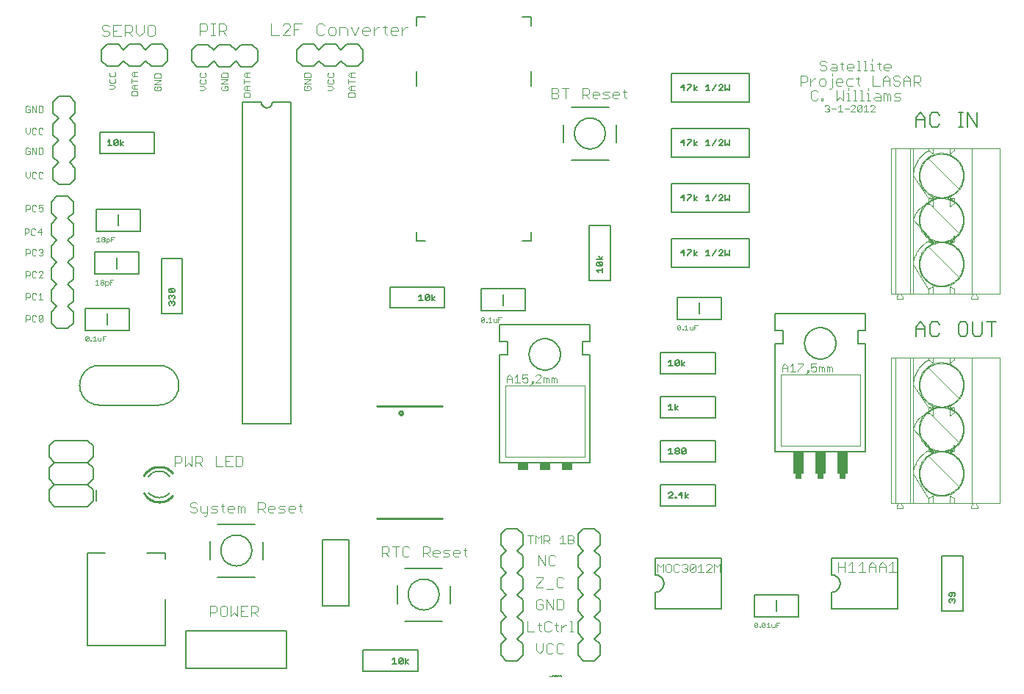
<source format=gto>
G75*
G70*
%OFA0B0*%
%FSLAX24Y24*%
%IPPOS*%
%LPD*%
%AMOC8*
5,1,8,0,0,1.08239X$1,22.5*
%
%ADD10C,0.0040*%
%ADD11C,0.0020*%
%ADD12R,0.0120X0.0010*%
%ADD13R,0.0030X0.0010*%
%ADD14R,0.0080X0.0010*%
%ADD15R,0.0020X0.0010*%
%ADD16R,0.0090X0.0010*%
%ADD17R,0.0100X0.0010*%
%ADD18R,0.0040X0.0010*%
%ADD19R,0.0050X0.0010*%
%ADD20R,0.0060X0.0010*%
%ADD21R,0.0010X0.0010*%
%ADD22C,0.0030*%
%ADD23C,0.0060*%
%ADD24C,0.0080*%
%ADD25C,0.0050*%
%ADD26C,0.0100*%
%ADD27R,0.0500X0.0350*%
%ADD28R,0.0300X0.0250*%
%ADD29R,0.0500X0.1000*%
D10*
X008921Y003621D02*
X008921Y004081D01*
X009151Y004081D01*
X009228Y004004D01*
X009228Y003851D01*
X009151Y003774D01*
X008921Y003774D01*
X009381Y003697D02*
X009458Y003621D01*
X009611Y003621D01*
X009688Y003697D01*
X009688Y004004D01*
X009611Y004081D01*
X009458Y004081D01*
X009381Y004004D01*
X009381Y003697D01*
X009841Y003621D02*
X009995Y003774D01*
X010148Y003621D01*
X010148Y004081D01*
X010302Y004081D02*
X010302Y003621D01*
X010609Y003621D01*
X010762Y003621D02*
X010762Y004081D01*
X010992Y004081D01*
X011069Y004004D01*
X011069Y003851D01*
X010992Y003774D01*
X010762Y003774D01*
X010916Y003774D02*
X011069Y003621D01*
X010455Y003851D02*
X010302Y003851D01*
X010302Y004081D02*
X010609Y004081D01*
X009841Y004081D02*
X009841Y003621D01*
X008711Y008167D02*
X008635Y008167D01*
X008711Y008167D02*
X008788Y008244D01*
X008788Y008628D01*
X008941Y008551D02*
X009018Y008628D01*
X009248Y008628D01*
X009402Y008628D02*
X009555Y008628D01*
X009479Y008704D02*
X009479Y008397D01*
X009555Y008321D01*
X009709Y008397D02*
X009709Y008551D01*
X009785Y008628D01*
X009939Y008628D01*
X010016Y008551D01*
X010016Y008474D01*
X009709Y008474D01*
X009709Y008397D02*
X009785Y008321D01*
X009939Y008321D01*
X010169Y008321D02*
X010169Y008628D01*
X010246Y008628D01*
X010323Y008551D01*
X010399Y008628D01*
X010476Y008551D01*
X010476Y008321D01*
X010323Y008321D02*
X010323Y008551D01*
X011090Y008474D02*
X011320Y008474D01*
X011397Y008551D01*
X011397Y008704D01*
X011320Y008781D01*
X011090Y008781D01*
X011090Y008321D01*
X011243Y008474D02*
X011397Y008321D01*
X011550Y008397D02*
X011550Y008551D01*
X011627Y008628D01*
X011780Y008628D01*
X011857Y008551D01*
X011857Y008474D01*
X011550Y008474D01*
X011550Y008397D02*
X011627Y008321D01*
X011780Y008321D01*
X012011Y008321D02*
X012241Y008321D01*
X012317Y008397D01*
X012241Y008474D01*
X012087Y008474D01*
X012011Y008551D01*
X012087Y008628D01*
X012317Y008628D01*
X012471Y008551D02*
X012548Y008628D01*
X012701Y008628D01*
X012778Y008551D01*
X012778Y008474D01*
X012471Y008474D01*
X012471Y008397D02*
X012471Y008551D01*
X012471Y008397D02*
X012548Y008321D01*
X012701Y008321D01*
X013008Y008397D02*
X013085Y008321D01*
X013008Y008397D02*
X013008Y008704D01*
X012931Y008628D02*
X013085Y008628D01*
X010390Y010497D02*
X010390Y010804D01*
X010313Y010881D01*
X010083Y010881D01*
X010083Y010421D01*
X010313Y010421D01*
X010390Y010497D01*
X009929Y010421D02*
X009623Y010421D01*
X009623Y010881D01*
X009929Y010881D01*
X009776Y010651D02*
X009623Y010651D01*
X009469Y010421D02*
X009162Y010421D01*
X009162Y010881D01*
X008548Y010804D02*
X008548Y010651D01*
X008472Y010574D01*
X008241Y010574D01*
X008241Y010421D02*
X008241Y010881D01*
X008472Y010881D01*
X008548Y010804D01*
X008395Y010574D02*
X008548Y010421D01*
X008088Y010421D02*
X007935Y010574D01*
X007781Y010421D01*
X007781Y010881D01*
X007628Y010804D02*
X007551Y010881D01*
X007321Y010881D01*
X007321Y010421D01*
X007321Y010574D02*
X007551Y010574D01*
X007628Y010651D01*
X007628Y010804D01*
X008088Y010881D02*
X008088Y010421D01*
X008097Y008781D02*
X008021Y008704D01*
X008021Y008628D01*
X008097Y008551D01*
X008251Y008551D01*
X008328Y008474D01*
X008328Y008397D01*
X008251Y008321D01*
X008097Y008321D01*
X008021Y008397D01*
X008097Y008781D02*
X008251Y008781D01*
X008328Y008704D01*
X008481Y008628D02*
X008481Y008397D01*
X008558Y008321D01*
X008788Y008321D01*
X008941Y008321D02*
X009172Y008321D01*
X009248Y008397D01*
X009172Y008474D01*
X009018Y008474D01*
X008941Y008551D01*
X016721Y006781D02*
X016721Y006321D01*
X016721Y006474D02*
X016951Y006474D01*
X017028Y006551D01*
X017028Y006704D01*
X016951Y006781D01*
X016721Y006781D01*
X016874Y006474D02*
X017028Y006321D01*
X017335Y006321D02*
X017335Y006781D01*
X017488Y006781D02*
X017181Y006781D01*
X017641Y006704D02*
X017641Y006397D01*
X017718Y006321D01*
X017872Y006321D01*
X017948Y006397D01*
X017948Y006704D02*
X017872Y006781D01*
X017718Y006781D01*
X017641Y006704D01*
X018562Y006781D02*
X018562Y006321D01*
X018562Y006474D02*
X018792Y006474D01*
X018869Y006551D01*
X018869Y006704D01*
X018792Y006781D01*
X018562Y006781D01*
X018716Y006474D02*
X018869Y006321D01*
X019023Y006397D02*
X019023Y006551D01*
X019099Y006628D01*
X019253Y006628D01*
X019329Y006551D01*
X019329Y006474D01*
X019023Y006474D01*
X019023Y006397D02*
X019099Y006321D01*
X019253Y006321D01*
X019483Y006321D02*
X019713Y006321D01*
X019790Y006397D01*
X019713Y006474D01*
X019560Y006474D01*
X019483Y006551D01*
X019560Y006628D01*
X019790Y006628D01*
X019943Y006551D02*
X019943Y006397D01*
X020020Y006321D01*
X020173Y006321D01*
X020250Y006474D02*
X019943Y006474D01*
X019943Y006551D02*
X020020Y006628D01*
X020173Y006628D01*
X020250Y006551D01*
X020250Y006474D01*
X020404Y006628D02*
X020557Y006628D01*
X020480Y006704D02*
X020480Y006397D01*
X020557Y006321D01*
X023821Y006381D02*
X023821Y005921D01*
X024128Y005921D02*
X023821Y006381D01*
X024128Y006381D02*
X024128Y005921D01*
X024281Y005997D02*
X024358Y005921D01*
X024511Y005921D01*
X024588Y005997D01*
X024281Y005997D02*
X024281Y006304D01*
X024358Y006381D01*
X024511Y006381D01*
X024588Y006304D01*
X024718Y005381D02*
X024641Y005304D01*
X024641Y004997D01*
X024718Y004921D01*
X024872Y004921D01*
X024948Y004997D01*
X024948Y005304D02*
X024872Y005381D01*
X024718Y005381D01*
X024028Y005381D02*
X024028Y005304D01*
X023721Y004997D01*
X023721Y004921D01*
X024028Y004921D01*
X024181Y004844D02*
X024488Y004844D01*
X024488Y004381D02*
X024488Y003921D01*
X024181Y004381D01*
X024181Y003921D01*
X024028Y003997D02*
X024028Y004151D01*
X023874Y004151D01*
X023721Y004304D02*
X023721Y003997D01*
X023797Y003921D01*
X023951Y003921D01*
X024028Y003997D01*
X024028Y004304D02*
X023951Y004381D01*
X023797Y004381D01*
X023721Y004304D01*
X024641Y004381D02*
X024641Y003921D01*
X024872Y003921D01*
X024948Y003997D01*
X024948Y004304D01*
X024872Y004381D01*
X024641Y004381D01*
X024028Y005381D02*
X023721Y005381D01*
X023321Y003381D02*
X023321Y002921D01*
X023628Y002921D01*
X023858Y002997D02*
X023935Y002921D01*
X023858Y002997D02*
X023858Y003304D01*
X023781Y003228D02*
X023935Y003228D01*
X024088Y003304D02*
X024088Y002997D01*
X024165Y002921D01*
X024318Y002921D01*
X024395Y002997D01*
X024625Y002997D02*
X024625Y003304D01*
X024548Y003228D02*
X024702Y003228D01*
X024855Y003228D02*
X024855Y002921D01*
X024702Y002921D02*
X024625Y002997D01*
X024855Y003074D02*
X025009Y003228D01*
X025085Y003228D01*
X025239Y003381D02*
X025316Y003381D01*
X025316Y002921D01*
X025392Y002921D02*
X025239Y002921D01*
X024872Y002381D02*
X024718Y002381D01*
X024641Y002304D01*
X024641Y001997D01*
X024718Y001921D01*
X024872Y001921D01*
X024948Y001997D01*
X024948Y002304D02*
X024872Y002381D01*
X024488Y002304D02*
X024411Y002381D01*
X024258Y002381D01*
X024181Y002304D01*
X024181Y001997D01*
X024258Y001921D01*
X024411Y001921D01*
X024488Y001997D01*
X024028Y002074D02*
X024028Y002381D01*
X024028Y002074D02*
X023874Y001921D01*
X023721Y002074D01*
X023721Y002381D01*
X024088Y003304D02*
X024165Y003381D01*
X024318Y003381D01*
X024395Y003304D01*
X037421Y005621D02*
X037421Y006081D01*
X037421Y005851D02*
X037728Y005851D01*
X037881Y005928D02*
X038035Y006081D01*
X038035Y005621D01*
X038188Y005621D02*
X037881Y005621D01*
X037728Y005621D02*
X037728Y006081D01*
X038341Y005928D02*
X038495Y006081D01*
X038495Y005621D01*
X038648Y005621D02*
X038341Y005621D01*
X038802Y005621D02*
X038802Y005928D01*
X038955Y006081D01*
X039109Y005928D01*
X039109Y005621D01*
X039262Y005621D02*
X039262Y005928D01*
X039416Y006081D01*
X039569Y005928D01*
X039569Y005621D01*
X039723Y005621D02*
X040029Y005621D01*
X039876Y005621D02*
X039876Y006081D01*
X039723Y005928D01*
X039569Y005851D02*
X039262Y005851D01*
X039109Y005851D02*
X038802Y005851D01*
X041567Y011097D02*
X041525Y011123D01*
X041525Y011122D02*
X041517Y011127D01*
X041509Y011132D01*
X041502Y011136D02*
X041502Y011366D01*
X040813Y012107D01*
X040813Y014115D01*
X041502Y013079D01*
X041502Y012849D01*
X041509Y012845D02*
X041517Y012840D01*
X041525Y012835D01*
X041567Y012809D02*
X041608Y012783D01*
X041648Y012756D01*
X041699Y012722D02*
X041699Y013107D01*
X041648Y013073D02*
X041608Y013046D01*
X041567Y013118D01*
X041525Y013093D02*
X041517Y013088D01*
X041509Y013083D01*
X041501Y012894D02*
X041501Y012894D01*
X042879Y011516D01*
X042683Y011366D02*
X042683Y011136D01*
X042676Y011132D02*
X042669Y011127D01*
X042661Y011122D01*
X042619Y011110D02*
X042578Y011137D01*
X042537Y011065D01*
X042578Y011070D02*
X042537Y011142D01*
X042487Y011108D02*
X042487Y011099D01*
X042578Y011070D02*
X042619Y011097D01*
X042676Y011370D02*
X042669Y011375D01*
X042661Y011380D01*
X042685Y011321D02*
X042728Y011355D01*
X042769Y011392D01*
X042808Y011431D01*
X042845Y011472D01*
X042879Y011516D01*
X041069Y012107D02*
X041071Y012171D01*
X041077Y012234D01*
X041087Y012297D01*
X041101Y012359D01*
X041118Y012420D01*
X041140Y012480D01*
X041165Y012539D01*
X041193Y012596D01*
X041225Y012651D01*
X041261Y012704D01*
X041300Y012754D01*
X041341Y012802D01*
X041386Y012848D01*
X041433Y012890D01*
X041483Y012930D01*
X041536Y012966D01*
X041590Y012999D01*
X041647Y013029D01*
X041705Y013055D01*
X041764Y013077D01*
X041825Y013095D01*
X041887Y013110D01*
X041950Y013121D01*
X042013Y013128D01*
X042077Y013131D01*
X042141Y013130D01*
X042204Y013125D01*
X042267Y013116D01*
X042330Y013103D01*
X042391Y013087D01*
X042452Y013066D01*
X042510Y013042D01*
X042568Y013014D01*
X042623Y012983D01*
X042677Y012948D01*
X042728Y012910D01*
X042777Y012869D01*
X042823Y012825D01*
X042866Y012779D01*
X042906Y012729D01*
X042943Y012678D01*
X042977Y012624D01*
X043008Y012568D01*
X043034Y012510D01*
X043058Y012451D01*
X043077Y012390D01*
X043093Y012328D01*
X043105Y012266D01*
X043113Y012202D01*
X043117Y012139D01*
X043117Y012075D01*
X043113Y012012D01*
X043105Y011948D01*
X043093Y011886D01*
X043077Y011824D01*
X043058Y011763D01*
X043034Y011704D01*
X043008Y011646D01*
X042977Y011590D01*
X042943Y011536D01*
X042906Y011485D01*
X042866Y011435D01*
X042823Y011389D01*
X042777Y011345D01*
X042728Y011304D01*
X042677Y011266D01*
X042623Y011231D01*
X042568Y011200D01*
X042510Y011172D01*
X042452Y011148D01*
X042391Y011127D01*
X042330Y011111D01*
X042267Y011098D01*
X042204Y011089D01*
X042141Y011084D01*
X042077Y011083D01*
X042013Y011086D01*
X041950Y011093D01*
X041887Y011104D01*
X041825Y011119D01*
X041764Y011137D01*
X041705Y011159D01*
X041647Y011185D01*
X041590Y011215D01*
X041536Y011248D01*
X041483Y011284D01*
X041433Y011324D01*
X041386Y011366D01*
X041341Y011412D01*
X041300Y011460D01*
X041261Y011510D01*
X041225Y011563D01*
X041193Y011618D01*
X041165Y011675D01*
X041140Y011734D01*
X041118Y011794D01*
X041101Y011855D01*
X041087Y011917D01*
X041077Y011980D01*
X041071Y012043D01*
X041069Y012107D01*
X040813Y012107D02*
X040813Y010100D01*
X041502Y008965D01*
X041502Y008751D01*
X041699Y008751D01*
X041699Y009091D01*
X041648Y009057D02*
X041608Y009031D01*
X041567Y009004D01*
X041525Y008978D02*
X041517Y008974D01*
X041509Y008969D01*
X041502Y008751D02*
X040813Y008751D01*
X040813Y010100D01*
X040814Y010099D02*
X040819Y010168D01*
X040828Y010236D01*
X040840Y010304D01*
X040857Y010371D01*
X040877Y010436D01*
X040901Y010501D01*
X040929Y010564D01*
X040960Y010625D01*
X040995Y010685D01*
X041033Y010742D01*
X041074Y010797D01*
X041119Y010850D01*
X041166Y010900D01*
X041216Y010947D01*
X041269Y010991D01*
X041324Y011032D01*
X041382Y011070D01*
X041441Y011104D01*
X041503Y011135D01*
X041567Y011110D02*
X041608Y011137D01*
X041648Y011065D01*
X041608Y011070D02*
X041567Y011097D01*
X041608Y011070D02*
X041648Y011142D01*
X041699Y011108D02*
X041699Y011099D01*
X041501Y010886D02*
X042879Y009508D01*
X042685Y009313D02*
X042685Y009313D01*
X042537Y009057D02*
X042578Y009031D01*
X042619Y009004D01*
X042661Y008978D02*
X042669Y008974D01*
X042676Y008969D01*
X042683Y008965D02*
X042683Y008751D01*
X043482Y008751D01*
X043482Y015365D01*
X044731Y015365D01*
X044731Y008751D01*
X043670Y008751D01*
X043507Y008751D01*
X043482Y008751D01*
X043507Y008751D02*
X043507Y008701D01*
X043448Y008630D01*
X043448Y008527D01*
X043730Y008527D01*
X043730Y008630D01*
X043670Y008701D01*
X043670Y008751D01*
X042683Y008751D02*
X042487Y008751D01*
X041699Y008751D01*
X042487Y008751D02*
X042487Y009091D01*
X042685Y009314D02*
X042728Y009348D01*
X042769Y009385D01*
X042808Y009424D01*
X042845Y009465D01*
X042879Y009508D01*
X041069Y010100D02*
X041071Y010164D01*
X041077Y010227D01*
X041087Y010290D01*
X041101Y010352D01*
X041118Y010413D01*
X041140Y010473D01*
X041165Y010532D01*
X041193Y010589D01*
X041225Y010644D01*
X041261Y010697D01*
X041300Y010747D01*
X041341Y010795D01*
X041386Y010841D01*
X041433Y010883D01*
X041483Y010923D01*
X041536Y010959D01*
X041590Y010992D01*
X041647Y011022D01*
X041705Y011048D01*
X041764Y011070D01*
X041825Y011088D01*
X041887Y011103D01*
X041950Y011114D01*
X042013Y011121D01*
X042077Y011124D01*
X042141Y011123D01*
X042204Y011118D01*
X042267Y011109D01*
X042330Y011096D01*
X042391Y011080D01*
X042452Y011059D01*
X042510Y011035D01*
X042568Y011007D01*
X042623Y010976D01*
X042677Y010941D01*
X042728Y010903D01*
X042777Y010862D01*
X042823Y010818D01*
X042866Y010772D01*
X042906Y010722D01*
X042943Y010671D01*
X042977Y010617D01*
X043008Y010561D01*
X043034Y010503D01*
X043058Y010444D01*
X043077Y010383D01*
X043093Y010321D01*
X043105Y010259D01*
X043113Y010195D01*
X043117Y010132D01*
X043117Y010068D01*
X043113Y010005D01*
X043105Y009941D01*
X043093Y009879D01*
X043077Y009817D01*
X043058Y009756D01*
X043034Y009697D01*
X043008Y009639D01*
X042977Y009583D01*
X042943Y009529D01*
X042906Y009478D01*
X042866Y009428D01*
X042823Y009382D01*
X042777Y009338D01*
X042728Y009297D01*
X042677Y009259D01*
X042623Y009224D01*
X042568Y009193D01*
X042510Y009165D01*
X042452Y009141D01*
X042391Y009120D01*
X042330Y009104D01*
X042267Y009091D01*
X042204Y009082D01*
X042141Y009077D01*
X042077Y009076D01*
X042013Y009079D01*
X041950Y009086D01*
X041887Y009097D01*
X041825Y009112D01*
X041764Y009130D01*
X041705Y009152D01*
X041647Y009178D01*
X041590Y009208D01*
X041536Y009241D01*
X041483Y009277D01*
X041433Y009317D01*
X041386Y009359D01*
X041341Y009405D01*
X041300Y009453D01*
X041261Y009503D01*
X041225Y009556D01*
X041193Y009611D01*
X041165Y009668D01*
X041140Y009727D01*
X041118Y009787D01*
X041101Y009848D01*
X041087Y009910D01*
X041077Y009973D01*
X041071Y010036D01*
X041069Y010100D01*
X041501Y010886D02*
X041552Y010922D01*
X041604Y010954D01*
X041658Y010982D01*
X041713Y011008D01*
X041770Y011030D01*
X041829Y011048D01*
X041888Y011062D01*
X041948Y011073D01*
X042009Y011080D01*
X042070Y011084D01*
X042132Y011083D01*
X042193Y011079D01*
X042253Y011071D01*
X042313Y011059D01*
X042372Y011044D01*
X042430Y011024D01*
X042487Y011002D01*
X042543Y010975D01*
X042596Y010946D01*
X042648Y010913D01*
X042697Y010877D01*
X042744Y010838D01*
X042789Y010796D01*
X042831Y010751D01*
X042870Y010704D01*
X042906Y010655D01*
X042939Y010603D01*
X042968Y010550D01*
X042995Y010494D01*
X043017Y010437D01*
X043037Y010379D01*
X043052Y010320D01*
X043064Y010260D01*
X043072Y010200D01*
X043076Y010139D01*
X043077Y010077D01*
X043073Y010016D01*
X043066Y009955D01*
X043055Y009895D01*
X043041Y009836D01*
X043023Y009777D01*
X043001Y009720D01*
X042975Y009665D01*
X042947Y009611D01*
X042915Y009559D01*
X042879Y009508D01*
X042685Y009314D02*
X042635Y009278D01*
X042582Y009246D01*
X042528Y009218D01*
X042473Y009192D01*
X042416Y009170D01*
X042357Y009152D01*
X042298Y009138D01*
X042238Y009127D01*
X042177Y009120D01*
X042116Y009116D01*
X042054Y009117D01*
X041993Y009121D01*
X041933Y009129D01*
X041873Y009141D01*
X041814Y009156D01*
X041756Y009176D01*
X041699Y009198D01*
X041643Y009225D01*
X041590Y009254D01*
X041538Y009287D01*
X041489Y009323D01*
X041442Y009362D01*
X041397Y009404D01*
X041355Y009449D01*
X041316Y009496D01*
X041280Y009545D01*
X041247Y009597D01*
X041218Y009650D01*
X041191Y009706D01*
X041169Y009763D01*
X041149Y009821D01*
X041134Y009880D01*
X041122Y009940D01*
X041114Y010000D01*
X041110Y010061D01*
X041109Y010123D01*
X041113Y010184D01*
X041120Y010245D01*
X041131Y010305D01*
X041145Y010364D01*
X041163Y010423D01*
X041185Y010480D01*
X041211Y010535D01*
X041239Y010589D01*
X041271Y010642D01*
X041307Y010692D01*
X041509Y011370D02*
X041517Y011375D01*
X041525Y011380D01*
X040814Y012108D02*
X040828Y012165D01*
X040845Y012222D01*
X040865Y012277D01*
X040889Y012331D01*
X040916Y012384D01*
X040947Y012435D01*
X040980Y012483D01*
X041016Y012530D01*
X041055Y012575D01*
X041096Y012617D01*
X041140Y012656D01*
X041187Y012693D01*
X041235Y012727D01*
X041285Y012758D01*
X041338Y012785D01*
X041391Y012810D01*
X041447Y012831D01*
X041503Y012849D01*
X042487Y012722D02*
X042487Y013107D01*
X042537Y013073D02*
X042578Y013046D01*
X042619Y013118D01*
X042661Y013093D02*
X042669Y013088D01*
X042676Y013083D01*
X042683Y013079D02*
X042683Y012849D01*
X042676Y012845D02*
X042669Y012840D01*
X042661Y012835D01*
X042619Y012809D02*
X042578Y012783D01*
X042537Y012756D01*
X042879Y013524D02*
X041501Y014902D01*
X041501Y014902D01*
X041648Y015158D02*
X041608Y015184D01*
X041567Y015211D01*
X041525Y015237D02*
X041517Y015241D01*
X041509Y015246D01*
X041502Y015250D02*
X041502Y015365D01*
X040813Y015365D01*
X040813Y014115D01*
X040815Y014185D01*
X040821Y014254D01*
X040830Y014324D01*
X040843Y014392D01*
X040860Y014460D01*
X040881Y014527D01*
X040905Y014592D01*
X040933Y014656D01*
X040964Y014719D01*
X040999Y014779D01*
X041037Y014838D01*
X041078Y014894D01*
X041122Y014949D01*
X041169Y015000D01*
X041218Y015049D01*
X041270Y015096D01*
X041325Y015139D01*
X041382Y015179D01*
X041441Y015217D01*
X041502Y015251D01*
X041502Y015365D02*
X041699Y015365D01*
X041699Y015124D01*
X041699Y015365D02*
X042487Y015365D01*
X042683Y015365D01*
X042683Y015250D01*
X042676Y015246D02*
X042669Y015241D01*
X042661Y015237D01*
X042619Y015211D02*
X042578Y015184D01*
X042537Y015158D01*
X042487Y015124D02*
X042487Y015365D01*
X042683Y015365D02*
X043482Y015365D01*
X042487Y011099D02*
X042538Y011065D01*
X041501Y010886D02*
X041458Y010852D01*
X041417Y010815D01*
X041378Y010776D01*
X041341Y010735D01*
X041307Y010691D01*
X042685Y011321D02*
X042635Y011285D01*
X042582Y011253D01*
X042528Y011225D01*
X042473Y011199D01*
X042416Y011177D01*
X042357Y011159D01*
X042298Y011145D01*
X042238Y011134D01*
X042177Y011127D01*
X042116Y011123D01*
X042055Y011124D01*
X041994Y011128D01*
X041933Y011136D01*
X041873Y011148D01*
X041814Y011163D01*
X041756Y011183D01*
X041699Y011205D01*
X041643Y011232D01*
X041590Y011261D01*
X041538Y011294D01*
X041489Y011330D01*
X041442Y011369D01*
X041397Y011411D01*
X041355Y011456D01*
X041316Y011503D01*
X041280Y011552D01*
X041247Y011604D01*
X041218Y011657D01*
X041191Y011713D01*
X041169Y011770D01*
X041149Y011828D01*
X041134Y011887D01*
X041122Y011947D01*
X041114Y012008D01*
X041110Y012069D01*
X041109Y012130D01*
X041113Y012191D01*
X041120Y012252D01*
X041131Y012312D01*
X041145Y012371D01*
X041163Y012430D01*
X041185Y012487D01*
X041211Y012542D01*
X041239Y012596D01*
X041271Y012649D01*
X041307Y012699D01*
X041307Y012700D02*
X041341Y012743D01*
X041378Y012784D01*
X041417Y012823D01*
X041458Y012860D01*
X041501Y012894D01*
X041501Y012893D02*
X041551Y012929D01*
X041604Y012961D01*
X041658Y012989D01*
X041713Y013015D01*
X041770Y013037D01*
X041829Y013055D01*
X041888Y013069D01*
X041948Y013080D01*
X042009Y013087D01*
X042070Y013091D01*
X042132Y013090D01*
X042193Y013086D01*
X042253Y013078D01*
X042313Y013066D01*
X042372Y013051D01*
X042430Y013031D01*
X042487Y013009D01*
X042543Y012982D01*
X042596Y012953D01*
X042648Y012920D01*
X042697Y012884D01*
X042744Y012845D01*
X042789Y012803D01*
X042831Y012758D01*
X042870Y012711D01*
X042906Y012662D01*
X042939Y012610D01*
X042968Y012557D01*
X042995Y012501D01*
X043017Y012444D01*
X043037Y012386D01*
X043052Y012327D01*
X043064Y012267D01*
X043072Y012207D01*
X043076Y012146D01*
X043077Y012084D01*
X043073Y012023D01*
X043066Y011962D01*
X043055Y011902D01*
X043041Y011843D01*
X043023Y011784D01*
X043001Y011727D01*
X042975Y011672D01*
X042947Y011618D01*
X042915Y011565D01*
X042879Y011515D01*
X042487Y015124D02*
X042538Y015158D01*
X041501Y014901D02*
X041458Y014867D01*
X041417Y014830D01*
X041378Y014791D01*
X041341Y014750D01*
X041307Y014707D01*
X040813Y015365D02*
X040694Y015365D01*
X040006Y015365D01*
X039809Y015365D01*
X039809Y008751D01*
X040006Y008751D01*
X040122Y008751D01*
X040285Y008751D01*
X040694Y008751D01*
X040813Y008751D01*
X040694Y008751D02*
X040694Y015365D01*
X040006Y015365D02*
X040006Y008751D01*
X040122Y008751D02*
X040122Y008701D01*
X040063Y008630D01*
X040063Y008527D01*
X040344Y008527D01*
X040344Y008630D01*
X040285Y008701D01*
X040285Y008751D01*
X041699Y012722D02*
X041648Y012756D01*
X042685Y013329D02*
X042728Y013363D01*
X042769Y013400D01*
X042808Y013439D01*
X042845Y013480D01*
X042879Y013524D01*
X041069Y014115D02*
X041071Y014179D01*
X041077Y014242D01*
X041087Y014305D01*
X041101Y014367D01*
X041118Y014428D01*
X041140Y014488D01*
X041165Y014547D01*
X041193Y014604D01*
X041225Y014659D01*
X041261Y014712D01*
X041300Y014762D01*
X041341Y014810D01*
X041386Y014856D01*
X041433Y014898D01*
X041483Y014938D01*
X041536Y014974D01*
X041590Y015007D01*
X041647Y015037D01*
X041705Y015063D01*
X041764Y015085D01*
X041825Y015103D01*
X041887Y015118D01*
X041950Y015129D01*
X042013Y015136D01*
X042077Y015139D01*
X042141Y015138D01*
X042204Y015133D01*
X042267Y015124D01*
X042330Y015111D01*
X042391Y015095D01*
X042452Y015074D01*
X042510Y015050D01*
X042568Y015022D01*
X042623Y014991D01*
X042677Y014956D01*
X042728Y014918D01*
X042777Y014877D01*
X042823Y014833D01*
X042866Y014787D01*
X042906Y014737D01*
X042943Y014686D01*
X042977Y014632D01*
X043008Y014576D01*
X043034Y014518D01*
X043058Y014459D01*
X043077Y014398D01*
X043093Y014336D01*
X043105Y014274D01*
X043113Y014210D01*
X043117Y014147D01*
X043117Y014083D01*
X043113Y014020D01*
X043105Y013956D01*
X043093Y013894D01*
X043077Y013832D01*
X043058Y013771D01*
X043034Y013712D01*
X043008Y013654D01*
X042977Y013598D01*
X042943Y013544D01*
X042906Y013493D01*
X042866Y013443D01*
X042823Y013397D01*
X042777Y013353D01*
X042728Y013312D01*
X042677Y013274D01*
X042623Y013239D01*
X042568Y013208D01*
X042510Y013180D01*
X042452Y013156D01*
X042391Y013135D01*
X042330Y013119D01*
X042267Y013106D01*
X042204Y013097D01*
X042141Y013092D01*
X042077Y013091D01*
X042013Y013094D01*
X041950Y013101D01*
X041887Y013112D01*
X041825Y013127D01*
X041764Y013145D01*
X041705Y013167D01*
X041647Y013193D01*
X041590Y013223D01*
X041536Y013256D01*
X041483Y013292D01*
X041433Y013332D01*
X041386Y013374D01*
X041341Y013420D01*
X041300Y013468D01*
X041261Y013518D01*
X041225Y013571D01*
X041193Y013626D01*
X041165Y013683D01*
X041140Y013742D01*
X041118Y013802D01*
X041101Y013863D01*
X041087Y013925D01*
X041077Y013988D01*
X041071Y014051D01*
X041069Y014115D01*
X041307Y014707D02*
X041271Y014657D01*
X041239Y014604D01*
X041211Y014550D01*
X041185Y014495D01*
X041163Y014438D01*
X041145Y014379D01*
X041131Y014320D01*
X041120Y014260D01*
X041113Y014199D01*
X041109Y014138D01*
X041110Y014077D01*
X041114Y014016D01*
X041122Y013955D01*
X041134Y013895D01*
X041149Y013836D01*
X041169Y013778D01*
X041191Y013721D01*
X041218Y013665D01*
X041247Y013612D01*
X041280Y013560D01*
X041316Y013511D01*
X041355Y013464D01*
X041397Y013419D01*
X041442Y013377D01*
X041489Y013338D01*
X041538Y013302D01*
X041590Y013269D01*
X041643Y013240D01*
X041699Y013213D01*
X041756Y013191D01*
X041814Y013171D01*
X041873Y013156D01*
X041933Y013144D01*
X041994Y013136D01*
X042055Y013132D01*
X042116Y013131D01*
X042177Y013135D01*
X042238Y013142D01*
X042298Y013153D01*
X042357Y013167D01*
X042416Y013185D01*
X042473Y013207D01*
X042528Y013233D01*
X042582Y013261D01*
X042635Y013293D01*
X042685Y013329D01*
X042879Y013523D02*
X042915Y013573D01*
X042947Y013626D01*
X042975Y013680D01*
X043001Y013735D01*
X043023Y013792D01*
X043041Y013851D01*
X043055Y013910D01*
X043066Y013970D01*
X043073Y014031D01*
X043077Y014092D01*
X043076Y014154D01*
X043072Y014215D01*
X043064Y014275D01*
X043052Y014335D01*
X043037Y014394D01*
X043017Y014452D01*
X042995Y014509D01*
X042968Y014565D01*
X042939Y014618D01*
X042906Y014670D01*
X042870Y014719D01*
X042831Y014766D01*
X042789Y014811D01*
X042744Y014853D01*
X042697Y014892D01*
X042648Y014928D01*
X042596Y014961D01*
X042543Y014990D01*
X042487Y015017D01*
X042430Y015039D01*
X042372Y015059D01*
X042313Y015074D01*
X042253Y015086D01*
X042193Y015094D01*
X042132Y015098D01*
X042070Y015099D01*
X042009Y015095D01*
X041948Y015088D01*
X041888Y015077D01*
X041829Y015063D01*
X041770Y015045D01*
X041713Y015023D01*
X041658Y014997D01*
X041604Y014969D01*
X041551Y014937D01*
X041501Y014901D01*
X041699Y011099D02*
X041648Y011065D01*
X041699Y015124D02*
X041648Y015158D01*
X041699Y013107D02*
X041648Y013073D01*
X041699Y009091D02*
X041648Y009057D01*
X041699Y011108D02*
X041648Y011142D01*
X041567Y015211D02*
X041525Y015237D01*
X041567Y020597D02*
X041525Y020623D01*
X041525Y020622D02*
X041517Y020627D01*
X041509Y020632D01*
X041502Y020636D02*
X041502Y020866D01*
X040813Y021607D01*
X040813Y023615D01*
X041502Y022579D01*
X041502Y022349D01*
X041509Y022345D02*
X041517Y022340D01*
X041525Y022335D01*
X041567Y022309D02*
X041608Y022283D01*
X041648Y022256D01*
X041699Y022222D02*
X041699Y022607D01*
X041648Y022573D02*
X041608Y022546D01*
X041567Y022618D01*
X041525Y022593D02*
X041517Y022588D01*
X041509Y022583D01*
X041501Y022394D02*
X041501Y022394D01*
X042879Y021016D01*
X042683Y020866D02*
X042683Y020636D01*
X042676Y020632D02*
X042669Y020627D01*
X042661Y020622D01*
X042619Y020610D02*
X042578Y020637D01*
X042537Y020565D01*
X042578Y020570D02*
X042537Y020642D01*
X042487Y020608D02*
X042487Y020599D01*
X042578Y020570D02*
X042619Y020597D01*
X042676Y020870D02*
X042669Y020875D01*
X042661Y020880D01*
X042685Y020821D02*
X042728Y020855D01*
X042769Y020892D01*
X042808Y020931D01*
X042845Y020972D01*
X042879Y021016D01*
X041069Y021607D02*
X041071Y021671D01*
X041077Y021734D01*
X041087Y021797D01*
X041101Y021859D01*
X041118Y021920D01*
X041140Y021980D01*
X041165Y022039D01*
X041193Y022096D01*
X041225Y022151D01*
X041261Y022204D01*
X041300Y022254D01*
X041341Y022302D01*
X041386Y022348D01*
X041433Y022390D01*
X041483Y022430D01*
X041536Y022466D01*
X041590Y022499D01*
X041647Y022529D01*
X041705Y022555D01*
X041764Y022577D01*
X041825Y022595D01*
X041887Y022610D01*
X041950Y022621D01*
X042013Y022628D01*
X042077Y022631D01*
X042141Y022630D01*
X042204Y022625D01*
X042267Y022616D01*
X042330Y022603D01*
X042391Y022587D01*
X042452Y022566D01*
X042510Y022542D01*
X042568Y022514D01*
X042623Y022483D01*
X042677Y022448D01*
X042728Y022410D01*
X042777Y022369D01*
X042823Y022325D01*
X042866Y022279D01*
X042906Y022229D01*
X042943Y022178D01*
X042977Y022124D01*
X043008Y022068D01*
X043034Y022010D01*
X043058Y021951D01*
X043077Y021890D01*
X043093Y021828D01*
X043105Y021766D01*
X043113Y021702D01*
X043117Y021639D01*
X043117Y021575D01*
X043113Y021512D01*
X043105Y021448D01*
X043093Y021386D01*
X043077Y021324D01*
X043058Y021263D01*
X043034Y021204D01*
X043008Y021146D01*
X042977Y021090D01*
X042943Y021036D01*
X042906Y020985D01*
X042866Y020935D01*
X042823Y020889D01*
X042777Y020845D01*
X042728Y020804D01*
X042677Y020766D01*
X042623Y020731D01*
X042568Y020700D01*
X042510Y020672D01*
X042452Y020648D01*
X042391Y020627D01*
X042330Y020611D01*
X042267Y020598D01*
X042204Y020589D01*
X042141Y020584D01*
X042077Y020583D01*
X042013Y020586D01*
X041950Y020593D01*
X041887Y020604D01*
X041825Y020619D01*
X041764Y020637D01*
X041705Y020659D01*
X041647Y020685D01*
X041590Y020715D01*
X041536Y020748D01*
X041483Y020784D01*
X041433Y020824D01*
X041386Y020866D01*
X041341Y020912D01*
X041300Y020960D01*
X041261Y021010D01*
X041225Y021063D01*
X041193Y021118D01*
X041165Y021175D01*
X041140Y021234D01*
X041118Y021294D01*
X041101Y021355D01*
X041087Y021417D01*
X041077Y021480D01*
X041071Y021543D01*
X041069Y021607D01*
X040813Y021607D02*
X040813Y019600D01*
X041502Y018465D01*
X041502Y018251D01*
X041699Y018251D01*
X041699Y018591D01*
X041648Y018557D02*
X041608Y018531D01*
X041567Y018504D01*
X041525Y018478D02*
X041517Y018474D01*
X041509Y018469D01*
X041502Y018251D02*
X040813Y018251D01*
X040813Y019600D01*
X041501Y020386D02*
X042879Y019008D01*
X042685Y018813D02*
X042685Y018813D01*
X042537Y018557D02*
X042578Y018531D01*
X042619Y018504D01*
X042661Y018478D02*
X042669Y018474D01*
X042676Y018469D01*
X042683Y018465D02*
X042683Y018251D01*
X043482Y018251D01*
X043482Y024865D01*
X044731Y024865D01*
X044731Y018251D01*
X043670Y018251D01*
X043507Y018251D01*
X043482Y018251D01*
X043507Y018251D02*
X043507Y018201D01*
X043448Y018130D01*
X043448Y018027D01*
X043730Y018027D01*
X043730Y018130D01*
X043670Y018201D01*
X043670Y018251D01*
X042683Y018251D02*
X042487Y018251D01*
X041699Y018251D01*
X042487Y018251D02*
X042487Y018591D01*
X040814Y019599D02*
X040819Y019668D01*
X040828Y019736D01*
X040840Y019804D01*
X040857Y019871D01*
X040877Y019936D01*
X040901Y020001D01*
X040929Y020064D01*
X040960Y020125D01*
X040995Y020185D01*
X041033Y020242D01*
X041074Y020297D01*
X041119Y020350D01*
X041166Y020400D01*
X041216Y020447D01*
X041269Y020491D01*
X041324Y020532D01*
X041382Y020570D01*
X041441Y020604D01*
X041503Y020635D01*
X041567Y020610D02*
X041608Y020637D01*
X041648Y020565D01*
X041608Y020570D02*
X041567Y020597D01*
X041608Y020570D02*
X041648Y020642D01*
X041699Y020608D02*
X041699Y020599D01*
X041517Y020875D02*
X041525Y020880D01*
X041517Y020875D02*
X041509Y020870D01*
X040814Y021608D02*
X040828Y021665D01*
X040845Y021722D01*
X040865Y021777D01*
X040889Y021831D01*
X040916Y021884D01*
X040947Y021935D01*
X040980Y021983D01*
X041016Y022030D01*
X041055Y022075D01*
X041096Y022117D01*
X041140Y022156D01*
X041187Y022193D01*
X041235Y022227D01*
X041285Y022258D01*
X041338Y022285D01*
X041391Y022310D01*
X041447Y022331D01*
X041503Y022349D01*
X041501Y022394D02*
X041458Y022360D01*
X041417Y022323D01*
X041378Y022284D01*
X041341Y022243D01*
X041307Y022200D01*
X041501Y022393D02*
X041551Y022429D01*
X041604Y022461D01*
X041658Y022489D01*
X041713Y022515D01*
X041770Y022537D01*
X041829Y022555D01*
X041888Y022569D01*
X041948Y022580D01*
X042009Y022587D01*
X042070Y022591D01*
X042132Y022590D01*
X042193Y022586D01*
X042253Y022578D01*
X042313Y022566D01*
X042372Y022551D01*
X042430Y022531D01*
X042487Y022509D01*
X042543Y022482D01*
X042596Y022453D01*
X042648Y022420D01*
X042697Y022384D01*
X042744Y022345D01*
X042789Y022303D01*
X042831Y022258D01*
X042870Y022211D01*
X042906Y022162D01*
X042939Y022110D01*
X042968Y022057D01*
X042995Y022001D01*
X043017Y021944D01*
X043037Y021886D01*
X043052Y021827D01*
X043064Y021767D01*
X043072Y021707D01*
X043076Y021646D01*
X043077Y021584D01*
X043073Y021523D01*
X043066Y021462D01*
X043055Y021402D01*
X043041Y021343D01*
X043023Y021284D01*
X043001Y021227D01*
X042975Y021172D01*
X042947Y021118D01*
X042915Y021065D01*
X042879Y021015D01*
X042685Y020821D02*
X042635Y020785D01*
X042582Y020753D01*
X042528Y020725D01*
X042473Y020699D01*
X042416Y020677D01*
X042357Y020659D01*
X042298Y020645D01*
X042238Y020634D01*
X042177Y020627D01*
X042116Y020623D01*
X042055Y020624D01*
X041994Y020628D01*
X041933Y020636D01*
X041873Y020648D01*
X041814Y020663D01*
X041756Y020683D01*
X041699Y020705D01*
X041643Y020732D01*
X041590Y020761D01*
X041538Y020794D01*
X041489Y020830D01*
X041442Y020869D01*
X041397Y020911D01*
X041355Y020956D01*
X041316Y021003D01*
X041280Y021052D01*
X041247Y021104D01*
X041218Y021157D01*
X041191Y021213D01*
X041169Y021270D01*
X041149Y021328D01*
X041134Y021387D01*
X041122Y021447D01*
X041114Y021508D01*
X041110Y021569D01*
X041109Y021630D01*
X041113Y021691D01*
X041120Y021752D01*
X041131Y021812D01*
X041145Y021871D01*
X041163Y021930D01*
X041185Y021987D01*
X041211Y022042D01*
X041239Y022096D01*
X041271Y022149D01*
X041307Y022199D01*
X042487Y022222D02*
X042487Y022607D01*
X042537Y022573D02*
X042578Y022546D01*
X042619Y022618D01*
X042661Y022593D02*
X042669Y022588D01*
X042676Y022583D01*
X042683Y022579D02*
X042683Y022349D01*
X042676Y022345D02*
X042669Y022340D01*
X042661Y022335D01*
X042619Y022309D02*
X042578Y022283D01*
X042537Y022256D01*
X042879Y023024D02*
X041501Y024402D01*
X041501Y024402D01*
X041648Y024658D02*
X041608Y024684D01*
X041567Y024711D01*
X041525Y024737D02*
X041517Y024741D01*
X041509Y024746D01*
X041502Y024750D02*
X041502Y024865D01*
X040813Y024865D01*
X040813Y023615D01*
X040815Y023685D01*
X040821Y023754D01*
X040830Y023824D01*
X040843Y023892D01*
X040860Y023960D01*
X040881Y024027D01*
X040905Y024092D01*
X040933Y024156D01*
X040964Y024219D01*
X040999Y024279D01*
X041037Y024338D01*
X041078Y024394D01*
X041122Y024449D01*
X041169Y024500D01*
X041218Y024549D01*
X041270Y024596D01*
X041325Y024639D01*
X041382Y024679D01*
X041441Y024717D01*
X041502Y024751D01*
X041502Y024865D02*
X041699Y024865D01*
X041699Y024624D01*
X041699Y024865D02*
X042487Y024865D01*
X042683Y024865D01*
X042683Y024750D01*
X042676Y024746D02*
X042669Y024741D01*
X042661Y024737D01*
X042619Y024711D02*
X042578Y024684D01*
X042537Y024658D01*
X042487Y024624D02*
X042487Y024865D01*
X042683Y024865D02*
X043482Y024865D01*
X042487Y022607D02*
X042538Y022573D01*
X042685Y022829D02*
X042728Y022863D01*
X042769Y022900D01*
X042808Y022939D01*
X042845Y022980D01*
X042879Y023024D01*
X041069Y023615D02*
X041071Y023679D01*
X041077Y023742D01*
X041087Y023805D01*
X041101Y023867D01*
X041118Y023928D01*
X041140Y023988D01*
X041165Y024047D01*
X041193Y024104D01*
X041225Y024159D01*
X041261Y024212D01*
X041300Y024262D01*
X041341Y024310D01*
X041386Y024356D01*
X041433Y024398D01*
X041483Y024438D01*
X041536Y024474D01*
X041590Y024507D01*
X041647Y024537D01*
X041705Y024563D01*
X041764Y024585D01*
X041825Y024603D01*
X041887Y024618D01*
X041950Y024629D01*
X042013Y024636D01*
X042077Y024639D01*
X042141Y024638D01*
X042204Y024633D01*
X042267Y024624D01*
X042330Y024611D01*
X042391Y024595D01*
X042452Y024574D01*
X042510Y024550D01*
X042568Y024522D01*
X042623Y024491D01*
X042677Y024456D01*
X042728Y024418D01*
X042777Y024377D01*
X042823Y024333D01*
X042866Y024287D01*
X042906Y024237D01*
X042943Y024186D01*
X042977Y024132D01*
X043008Y024076D01*
X043034Y024018D01*
X043058Y023959D01*
X043077Y023898D01*
X043093Y023836D01*
X043105Y023774D01*
X043113Y023710D01*
X043117Y023647D01*
X043117Y023583D01*
X043113Y023520D01*
X043105Y023456D01*
X043093Y023394D01*
X043077Y023332D01*
X043058Y023271D01*
X043034Y023212D01*
X043008Y023154D01*
X042977Y023098D01*
X042943Y023044D01*
X042906Y022993D01*
X042866Y022943D01*
X042823Y022897D01*
X042777Y022853D01*
X042728Y022812D01*
X042677Y022774D01*
X042623Y022739D01*
X042568Y022708D01*
X042510Y022680D01*
X042452Y022656D01*
X042391Y022635D01*
X042330Y022619D01*
X042267Y022606D01*
X042204Y022597D01*
X042141Y022592D01*
X042077Y022591D01*
X042013Y022594D01*
X041950Y022601D01*
X041887Y022612D01*
X041825Y022627D01*
X041764Y022645D01*
X041705Y022667D01*
X041647Y022693D01*
X041590Y022723D01*
X041536Y022756D01*
X041483Y022792D01*
X041433Y022832D01*
X041386Y022874D01*
X041341Y022920D01*
X041300Y022968D01*
X041261Y023018D01*
X041225Y023071D01*
X041193Y023126D01*
X041165Y023183D01*
X041140Y023242D01*
X041118Y023302D01*
X041101Y023363D01*
X041087Y023425D01*
X041077Y023488D01*
X041071Y023551D01*
X041069Y023615D01*
X041307Y024207D02*
X041341Y024250D01*
X041378Y024291D01*
X041417Y024330D01*
X041458Y024367D01*
X041501Y024401D01*
X040813Y024865D02*
X040694Y024865D01*
X040006Y024865D01*
X039809Y024865D01*
X039809Y018251D01*
X040006Y018251D01*
X040122Y018251D01*
X040285Y018251D01*
X040694Y018251D01*
X040813Y018251D01*
X040694Y018251D02*
X040694Y024865D01*
X040006Y024865D02*
X040006Y018251D01*
X040122Y018251D02*
X040122Y018201D01*
X040063Y018130D01*
X040063Y018027D01*
X040344Y018027D01*
X040344Y018130D01*
X040285Y018201D01*
X040285Y018251D01*
X041699Y022222D02*
X041648Y022256D01*
X042685Y022829D02*
X042635Y022793D01*
X042582Y022761D01*
X042528Y022733D01*
X042473Y022707D01*
X042416Y022685D01*
X042357Y022667D01*
X042298Y022653D01*
X042238Y022642D01*
X042177Y022635D01*
X042116Y022631D01*
X042055Y022632D01*
X041994Y022636D01*
X041933Y022644D01*
X041873Y022656D01*
X041814Y022671D01*
X041756Y022691D01*
X041699Y022713D01*
X041643Y022740D01*
X041590Y022769D01*
X041538Y022802D01*
X041489Y022838D01*
X041442Y022877D01*
X041397Y022919D01*
X041355Y022964D01*
X041316Y023011D01*
X041280Y023060D01*
X041247Y023112D01*
X041218Y023165D01*
X041191Y023221D01*
X041169Y023278D01*
X041149Y023336D01*
X041134Y023395D01*
X041122Y023455D01*
X041114Y023516D01*
X041110Y023577D01*
X041109Y023638D01*
X041113Y023699D01*
X041120Y023760D01*
X041131Y023820D01*
X041145Y023879D01*
X041163Y023938D01*
X041185Y023995D01*
X041211Y024050D01*
X041239Y024104D01*
X041271Y024157D01*
X041307Y024207D01*
X041501Y024401D02*
X041551Y024437D01*
X041604Y024469D01*
X041658Y024497D01*
X041713Y024523D01*
X041770Y024545D01*
X041829Y024563D01*
X041888Y024577D01*
X041948Y024588D01*
X042009Y024595D01*
X042070Y024599D01*
X042132Y024598D01*
X042193Y024594D01*
X042253Y024586D01*
X042313Y024574D01*
X042372Y024559D01*
X042430Y024539D01*
X042487Y024517D01*
X042543Y024490D01*
X042596Y024461D01*
X042648Y024428D01*
X042697Y024392D01*
X042744Y024353D01*
X042789Y024311D01*
X042831Y024266D01*
X042870Y024219D01*
X042906Y024170D01*
X042939Y024118D01*
X042968Y024065D01*
X042995Y024009D01*
X043017Y023952D01*
X043037Y023894D01*
X043052Y023835D01*
X043064Y023775D01*
X043072Y023715D01*
X043076Y023654D01*
X043077Y023592D01*
X043073Y023531D01*
X043066Y023470D01*
X043055Y023410D01*
X043041Y023351D01*
X043023Y023292D01*
X043001Y023235D01*
X042975Y023180D01*
X042947Y023126D01*
X042915Y023073D01*
X042879Y023023D01*
X042487Y020599D02*
X042538Y020565D01*
X041501Y020386D02*
X041458Y020352D01*
X041417Y020315D01*
X041378Y020276D01*
X041341Y020235D01*
X041307Y020191D01*
X041307Y020192D02*
X041271Y020142D01*
X041239Y020089D01*
X041211Y020035D01*
X041185Y019980D01*
X041163Y019923D01*
X041145Y019864D01*
X041131Y019805D01*
X041120Y019745D01*
X041113Y019684D01*
X041109Y019623D01*
X041110Y019561D01*
X041114Y019500D01*
X041122Y019440D01*
X041134Y019380D01*
X041149Y019321D01*
X041169Y019263D01*
X041191Y019206D01*
X041218Y019150D01*
X041247Y019097D01*
X041280Y019045D01*
X041316Y018996D01*
X041355Y018949D01*
X041397Y018904D01*
X041442Y018862D01*
X041489Y018823D01*
X041538Y018787D01*
X041590Y018754D01*
X041643Y018725D01*
X041699Y018698D01*
X041756Y018676D01*
X041814Y018656D01*
X041873Y018641D01*
X041933Y018629D01*
X041993Y018621D01*
X042054Y018617D01*
X042116Y018616D01*
X042177Y018620D01*
X042238Y018627D01*
X042298Y018638D01*
X042357Y018652D01*
X042416Y018670D01*
X042473Y018692D01*
X042528Y018718D01*
X042582Y018746D01*
X042635Y018778D01*
X042685Y018814D01*
X041069Y019600D02*
X041071Y019664D01*
X041077Y019727D01*
X041087Y019790D01*
X041101Y019852D01*
X041118Y019913D01*
X041140Y019973D01*
X041165Y020032D01*
X041193Y020089D01*
X041225Y020144D01*
X041261Y020197D01*
X041300Y020247D01*
X041341Y020295D01*
X041386Y020341D01*
X041433Y020383D01*
X041483Y020423D01*
X041536Y020459D01*
X041590Y020492D01*
X041647Y020522D01*
X041705Y020548D01*
X041764Y020570D01*
X041825Y020588D01*
X041887Y020603D01*
X041950Y020614D01*
X042013Y020621D01*
X042077Y020624D01*
X042141Y020623D01*
X042204Y020618D01*
X042267Y020609D01*
X042330Y020596D01*
X042391Y020580D01*
X042452Y020559D01*
X042510Y020535D01*
X042568Y020507D01*
X042623Y020476D01*
X042677Y020441D01*
X042728Y020403D01*
X042777Y020362D01*
X042823Y020318D01*
X042866Y020272D01*
X042906Y020222D01*
X042943Y020171D01*
X042977Y020117D01*
X043008Y020061D01*
X043034Y020003D01*
X043058Y019944D01*
X043077Y019883D01*
X043093Y019821D01*
X043105Y019759D01*
X043113Y019695D01*
X043117Y019632D01*
X043117Y019568D01*
X043113Y019505D01*
X043105Y019441D01*
X043093Y019379D01*
X043077Y019317D01*
X043058Y019256D01*
X043034Y019197D01*
X043008Y019139D01*
X042977Y019083D01*
X042943Y019029D01*
X042906Y018978D01*
X042866Y018928D01*
X042823Y018882D01*
X042777Y018838D01*
X042728Y018797D01*
X042677Y018759D01*
X042623Y018724D01*
X042568Y018693D01*
X042510Y018665D01*
X042452Y018641D01*
X042391Y018620D01*
X042330Y018604D01*
X042267Y018591D01*
X042204Y018582D01*
X042141Y018577D01*
X042077Y018576D01*
X042013Y018579D01*
X041950Y018586D01*
X041887Y018597D01*
X041825Y018612D01*
X041764Y018630D01*
X041705Y018652D01*
X041647Y018678D01*
X041590Y018708D01*
X041536Y018741D01*
X041483Y018777D01*
X041433Y018817D01*
X041386Y018859D01*
X041341Y018905D01*
X041300Y018953D01*
X041261Y019003D01*
X041225Y019056D01*
X041193Y019111D01*
X041165Y019168D01*
X041140Y019227D01*
X041118Y019287D01*
X041101Y019348D01*
X041087Y019410D01*
X041077Y019473D01*
X041071Y019536D01*
X041069Y019600D01*
X041501Y020386D02*
X041552Y020422D01*
X041604Y020454D01*
X041658Y020482D01*
X041713Y020508D01*
X041770Y020530D01*
X041829Y020548D01*
X041888Y020562D01*
X041948Y020573D01*
X042009Y020580D01*
X042070Y020584D01*
X042132Y020583D01*
X042193Y020579D01*
X042253Y020571D01*
X042313Y020559D01*
X042372Y020544D01*
X042430Y020524D01*
X042487Y020502D01*
X042543Y020475D01*
X042596Y020446D01*
X042648Y020413D01*
X042697Y020377D01*
X042744Y020338D01*
X042789Y020296D01*
X042831Y020251D01*
X042870Y020204D01*
X042906Y020155D01*
X042939Y020103D01*
X042968Y020050D01*
X042995Y019994D01*
X043017Y019937D01*
X043037Y019879D01*
X043052Y019820D01*
X043064Y019760D01*
X043072Y019700D01*
X043076Y019639D01*
X043077Y019577D01*
X043073Y019516D01*
X043066Y019455D01*
X043055Y019395D01*
X043041Y019336D01*
X043023Y019277D01*
X043001Y019220D01*
X042975Y019165D01*
X042947Y019111D01*
X042915Y019059D01*
X042879Y019008D01*
X042845Y018965D01*
X042808Y018924D01*
X042769Y018885D01*
X042728Y018848D01*
X042685Y018814D01*
X042486Y022222D02*
X042537Y022256D01*
X042487Y018591D02*
X042538Y018557D01*
X042486Y020609D02*
X042537Y020643D01*
X042487Y024624D02*
X042538Y024658D01*
X042619Y022618D02*
X042661Y022593D01*
X042619Y018504D02*
X042660Y018478D01*
X042620Y022310D02*
X042661Y022335D01*
X042619Y024711D02*
X042660Y024737D01*
X041699Y020599D02*
X041648Y020565D01*
X041699Y024624D02*
X041648Y024658D01*
X041699Y022607D02*
X041648Y022573D01*
X041699Y018591D02*
X041648Y018557D01*
X041699Y020608D02*
X041648Y020642D01*
X041567Y024711D02*
X041525Y024737D01*
X041566Y022618D02*
X041525Y022593D01*
X041566Y018504D02*
X041525Y018479D01*
X041567Y022309D02*
X041525Y022335D01*
X041525Y020880D02*
X041567Y020610D01*
X041566Y013118D02*
X041525Y013093D01*
X041566Y009004D02*
X041525Y008979D01*
X041567Y012809D02*
X041525Y012835D01*
X042487Y009091D02*
X042538Y009057D01*
X042486Y012722D02*
X042537Y012756D01*
X042619Y009004D02*
X042660Y008978D01*
X042486Y011109D02*
X042537Y011143D01*
X042619Y015211D02*
X042660Y015237D01*
X042487Y013107D02*
X042538Y013073D01*
X041525Y011380D02*
X041567Y011110D01*
X042620Y012810D02*
X042661Y012835D01*
X042620Y020597D02*
X042661Y020622D01*
X042619Y013118D02*
X042661Y013093D01*
X037139Y014721D02*
X037139Y014896D01*
X037081Y014954D01*
X037022Y014896D01*
X037022Y014721D01*
X036906Y014721D02*
X036906Y014954D01*
X036964Y014954D01*
X037022Y014896D01*
X036780Y014896D02*
X036722Y014954D01*
X036663Y014896D01*
X036663Y014721D01*
X036547Y014721D02*
X036547Y014954D01*
X036605Y014954D01*
X036663Y014896D01*
X036780Y014896D02*
X036780Y014721D01*
X036421Y014779D02*
X036363Y014721D01*
X036246Y014721D01*
X036187Y014779D01*
X036187Y014896D02*
X036304Y014954D01*
X036363Y014954D01*
X036421Y014896D01*
X036421Y014779D01*
X036187Y014896D02*
X036187Y015071D01*
X036421Y015071D01*
X036065Y014779D02*
X036006Y014779D01*
X036006Y014721D01*
X036065Y014721D01*
X036065Y014779D01*
X036065Y014721D02*
X035948Y014604D01*
X035589Y014721D02*
X035589Y014779D01*
X035822Y015013D01*
X035822Y015071D01*
X035589Y015071D01*
X035347Y015071D02*
X035347Y014721D01*
X035463Y014721D02*
X035230Y014721D01*
X035104Y014721D02*
X035104Y014954D01*
X034988Y015071D01*
X034871Y014954D01*
X034871Y014721D01*
X034871Y014896D02*
X035104Y014896D01*
X035230Y014954D02*
X035347Y015071D01*
X024639Y014396D02*
X024639Y014221D01*
X024522Y014221D02*
X024522Y014396D01*
X024581Y014454D01*
X024639Y014396D01*
X024522Y014396D02*
X024464Y014454D01*
X024406Y014454D01*
X024406Y014221D01*
X024280Y014221D02*
X024280Y014396D01*
X024222Y014454D01*
X024163Y014396D01*
X024163Y014221D01*
X024047Y014221D02*
X024047Y014454D01*
X024105Y014454D01*
X024163Y014396D01*
X023921Y014454D02*
X023687Y014221D01*
X023921Y014221D01*
X023921Y014454D02*
X023921Y014513D01*
X023863Y014571D01*
X023746Y014571D01*
X023687Y014513D01*
X023565Y014279D02*
X023506Y014279D01*
X023506Y014221D01*
X023565Y014221D01*
X023565Y014279D01*
X023565Y014221D02*
X023448Y014104D01*
X023322Y014279D02*
X023264Y014221D01*
X023147Y014221D01*
X023089Y014279D01*
X023089Y014396D02*
X023206Y014454D01*
X023264Y014454D01*
X023322Y014396D01*
X023322Y014279D01*
X023089Y014396D02*
X023089Y014571D01*
X023322Y014571D01*
X022847Y014571D02*
X022847Y014221D01*
X022963Y014221D02*
X022730Y014221D01*
X022604Y014221D02*
X022604Y014454D01*
X022488Y014571D01*
X022371Y014454D01*
X022371Y014221D01*
X022371Y014396D02*
X022604Y014396D01*
X022730Y014454D02*
X022847Y014571D01*
X042661Y011380D02*
X042619Y011110D01*
X042620Y011097D02*
X042661Y011122D01*
X040175Y027035D02*
X040252Y027111D01*
X040175Y027188D01*
X040022Y027188D01*
X039945Y027265D01*
X040022Y027342D01*
X040252Y027342D01*
X040175Y027035D02*
X039945Y027035D01*
X039792Y027035D02*
X039792Y027265D01*
X039715Y027342D01*
X039638Y027265D01*
X039638Y027035D01*
X039485Y027035D02*
X039485Y027342D01*
X039562Y027342D01*
X039638Y027265D01*
X039331Y027265D02*
X039331Y027035D01*
X039101Y027035D01*
X039025Y027111D01*
X039101Y027188D01*
X039331Y027188D01*
X039331Y027265D02*
X039255Y027342D01*
X039101Y027342D01*
X038794Y027342D02*
X038794Y027035D01*
X038718Y027035D02*
X038871Y027035D01*
X038564Y027035D02*
X038411Y027035D01*
X038487Y027035D02*
X038487Y027495D01*
X038411Y027495D01*
X038380Y027699D02*
X038303Y027775D01*
X038303Y028082D01*
X038227Y028006D02*
X038380Y028006D01*
X038073Y028006D02*
X037843Y028006D01*
X037766Y027929D01*
X037766Y027775D01*
X037843Y027699D01*
X038073Y027699D01*
X038104Y027495D02*
X038181Y027495D01*
X038181Y027035D01*
X038257Y027035D02*
X038104Y027035D01*
X037950Y027035D02*
X037797Y027035D01*
X037874Y027035D02*
X037874Y027342D01*
X037797Y027342D01*
X037874Y027495D02*
X037874Y027572D01*
X037644Y027495D02*
X037644Y027035D01*
X037490Y027188D01*
X037337Y027035D01*
X037337Y027495D01*
X037383Y027699D02*
X037306Y027775D01*
X037306Y027929D01*
X037383Y028006D01*
X037536Y028006D01*
X037613Y027929D01*
X037613Y027852D01*
X037306Y027852D01*
X037383Y027699D02*
X037536Y027699D01*
X037153Y027622D02*
X037153Y028006D01*
X037153Y028159D02*
X037153Y028236D01*
X037115Y028373D02*
X037038Y028449D01*
X037115Y028526D01*
X037345Y028526D01*
X037345Y028603D02*
X037345Y028373D01*
X037115Y028373D01*
X036885Y028449D02*
X036808Y028373D01*
X036654Y028373D01*
X036578Y028449D01*
X036654Y028603D02*
X036808Y028603D01*
X036885Y028526D01*
X036885Y028449D01*
X036654Y028603D02*
X036578Y028680D01*
X036578Y028756D01*
X036654Y028833D01*
X036808Y028833D01*
X036885Y028756D01*
X037115Y028680D02*
X037268Y028680D01*
X037345Y028603D01*
X037499Y028680D02*
X037652Y028680D01*
X037575Y028756D02*
X037575Y028449D01*
X037652Y028373D01*
X037805Y028449D02*
X037805Y028603D01*
X037882Y028680D01*
X038036Y028680D01*
X038112Y028603D01*
X038112Y028526D01*
X037805Y028526D01*
X037805Y028449D02*
X037882Y028373D01*
X038036Y028373D01*
X038266Y028373D02*
X038419Y028373D01*
X038342Y028373D02*
X038342Y028833D01*
X038266Y028833D01*
X038573Y028833D02*
X038649Y028833D01*
X038649Y028373D01*
X038573Y028373D02*
X038726Y028373D01*
X038880Y028373D02*
X039033Y028373D01*
X038956Y028373D02*
X038956Y028680D01*
X038880Y028680D01*
X038956Y028833D02*
X038956Y028910D01*
X039186Y028680D02*
X039340Y028680D01*
X039263Y028756D02*
X039263Y028449D01*
X039340Y028373D01*
X039493Y028449D02*
X039493Y028603D01*
X039570Y028680D01*
X039723Y028680D01*
X039800Y028603D01*
X039800Y028526D01*
X039493Y028526D01*
X039493Y028449D02*
X039570Y028373D01*
X039723Y028373D01*
X039608Y028159D02*
X039761Y028006D01*
X039761Y027699D01*
X039915Y027775D02*
X039991Y027699D01*
X040145Y027699D01*
X040222Y027775D01*
X040222Y027852D01*
X040145Y027929D01*
X039991Y027929D01*
X039915Y028006D01*
X039915Y028082D01*
X039991Y028159D01*
X040145Y028159D01*
X040222Y028082D01*
X040375Y028006D02*
X040528Y028159D01*
X040682Y028006D01*
X040682Y027699D01*
X040835Y027699D02*
X040835Y028159D01*
X041066Y028159D01*
X041142Y028082D01*
X041142Y027929D01*
X041066Y027852D01*
X040835Y027852D01*
X040989Y027852D02*
X041142Y027699D01*
X040682Y027929D02*
X040375Y027929D01*
X040375Y028006D02*
X040375Y027699D01*
X039761Y027929D02*
X039454Y027929D01*
X039454Y028006D02*
X039454Y027699D01*
X039301Y027699D02*
X038994Y027699D01*
X038994Y028159D01*
X039454Y028006D02*
X039608Y028159D01*
X038794Y027572D02*
X038794Y027495D01*
X038794Y027342D02*
X038718Y027342D01*
X037153Y027622D02*
X037076Y027545D01*
X036999Y027545D01*
X036769Y027699D02*
X036846Y027775D01*
X036846Y027929D01*
X036769Y028006D01*
X036615Y028006D01*
X036539Y027929D01*
X036539Y027775D01*
X036615Y027699D01*
X036769Y027699D01*
X036493Y027418D02*
X036416Y027495D01*
X036262Y027495D01*
X036186Y027418D01*
X036186Y027111D01*
X036262Y027035D01*
X036416Y027035D01*
X036493Y027111D01*
X036646Y027111D02*
X036723Y027111D01*
X036723Y027035D01*
X036646Y027035D01*
X036646Y027111D01*
X036155Y027699D02*
X036155Y028006D01*
X036309Y028006D02*
X036385Y028006D01*
X036309Y028006D02*
X036155Y027852D01*
X036002Y027929D02*
X036002Y028082D01*
X035925Y028159D01*
X035695Y028159D01*
X035695Y027699D01*
X035695Y027852D02*
X035925Y027852D01*
X036002Y027929D01*
X027797Y027428D02*
X027643Y027428D01*
X027720Y027504D02*
X027720Y027197D01*
X027797Y027121D01*
X027490Y027274D02*
X027490Y027351D01*
X027413Y027428D01*
X027260Y027428D01*
X027183Y027351D01*
X027183Y027197D01*
X027260Y027121D01*
X027413Y027121D01*
X027490Y027274D02*
X027183Y027274D01*
X027029Y027197D02*
X026953Y027274D01*
X026799Y027274D01*
X026723Y027351D01*
X026799Y027428D01*
X027029Y027428D01*
X027029Y027197D02*
X026953Y027121D01*
X026723Y027121D01*
X026569Y027274D02*
X026262Y027274D01*
X026262Y027197D02*
X026262Y027351D01*
X026339Y027428D01*
X026492Y027428D01*
X026569Y027351D01*
X026569Y027274D01*
X026492Y027121D02*
X026339Y027121D01*
X026262Y027197D01*
X026109Y027121D02*
X025955Y027274D01*
X026032Y027274D02*
X025802Y027274D01*
X025802Y027121D02*
X025802Y027581D01*
X026032Y027581D01*
X026109Y027504D01*
X026109Y027351D01*
X026032Y027274D01*
X025188Y027581D02*
X024881Y027581D01*
X025035Y027581D02*
X025035Y027121D01*
X024728Y027197D02*
X024651Y027121D01*
X024421Y027121D01*
X024421Y027581D01*
X024651Y027581D01*
X024728Y027504D01*
X024728Y027428D01*
X024651Y027351D01*
X024421Y027351D01*
X024651Y027351D02*
X024728Y027274D01*
X024728Y027197D01*
X017881Y030348D02*
X017794Y030348D01*
X017621Y030174D01*
X017452Y030174D02*
X017105Y030174D01*
X017105Y030088D02*
X017105Y030261D01*
X017192Y030348D01*
X017365Y030348D01*
X017452Y030261D01*
X017452Y030174D01*
X017365Y030001D02*
X017192Y030001D01*
X017105Y030088D01*
X016935Y030001D02*
X016848Y030088D01*
X016848Y030434D01*
X016761Y030348D02*
X016935Y030348D01*
X016592Y030348D02*
X016505Y030348D01*
X016331Y030174D01*
X016163Y030174D02*
X015816Y030174D01*
X015816Y030088D02*
X015816Y030261D01*
X015903Y030348D01*
X016076Y030348D01*
X016163Y030261D01*
X016163Y030174D01*
X016076Y030001D02*
X015903Y030001D01*
X015816Y030088D01*
X015647Y030348D02*
X015474Y030001D01*
X015300Y030348D01*
X015131Y030261D02*
X015131Y030001D01*
X015131Y030261D02*
X015045Y030348D01*
X014785Y030348D01*
X014785Y030001D01*
X014616Y030088D02*
X014616Y030261D01*
X014529Y030348D01*
X014356Y030348D01*
X014269Y030261D01*
X014269Y030088D01*
X014356Y030001D01*
X014529Y030001D01*
X014616Y030088D01*
X014100Y030088D02*
X014014Y030001D01*
X013840Y030001D01*
X013753Y030088D01*
X013753Y030434D01*
X013840Y030521D01*
X014014Y030521D01*
X014100Y030434D01*
X013069Y030521D02*
X012722Y030521D01*
X012722Y030001D01*
X012553Y030001D02*
X012206Y030001D01*
X012553Y030348D01*
X012553Y030434D01*
X012467Y030521D01*
X012293Y030521D01*
X012206Y030434D01*
X012038Y030001D02*
X011691Y030001D01*
X011691Y030521D01*
X012722Y030261D02*
X012896Y030261D01*
X009647Y030261D02*
X009560Y030174D01*
X009300Y030174D01*
X009300Y030001D02*
X009300Y030521D01*
X009560Y030521D01*
X009647Y030434D01*
X009647Y030261D01*
X009474Y030174D02*
X009647Y030001D01*
X009130Y030001D02*
X008956Y030001D01*
X009043Y030001D02*
X009043Y030521D01*
X008956Y030521D02*
X009130Y030521D01*
X008788Y030434D02*
X008788Y030261D01*
X008701Y030174D01*
X008441Y030174D01*
X008441Y030001D02*
X008441Y030521D01*
X008701Y030521D01*
X008788Y030434D01*
X006410Y030374D02*
X006410Y030028D01*
X006324Y029941D01*
X006150Y029941D01*
X006063Y030028D01*
X006063Y030374D01*
X006150Y030461D01*
X006324Y030461D01*
X006410Y030374D01*
X005895Y030461D02*
X005895Y030114D01*
X005721Y029941D01*
X005548Y030114D01*
X005548Y030461D01*
X005379Y030374D02*
X005379Y030201D01*
X005292Y030114D01*
X005032Y030114D01*
X005032Y029941D02*
X005032Y030461D01*
X005292Y030461D01*
X005379Y030374D01*
X005206Y030114D02*
X005379Y029941D01*
X004863Y029941D02*
X004516Y029941D01*
X004516Y030461D01*
X004863Y030461D01*
X004690Y030201D02*
X004516Y030201D01*
X004348Y030114D02*
X004261Y030201D01*
X004088Y030201D01*
X004001Y030288D01*
X004001Y030374D01*
X004088Y030461D01*
X004261Y030461D01*
X004348Y030374D01*
X004348Y030114D02*
X004348Y030028D01*
X004261Y029941D01*
X004088Y029941D01*
X004001Y030028D01*
X016331Y030001D02*
X016331Y030348D01*
X017621Y030348D02*
X017621Y030001D01*
X042661Y020880D02*
X042619Y020610D01*
D11*
X039073Y026511D02*
X038873Y026511D01*
X039073Y026711D01*
X039073Y026761D01*
X039023Y026811D01*
X038923Y026811D01*
X038873Y026761D01*
X038679Y026811D02*
X038679Y026511D01*
X038579Y026511D02*
X038779Y026511D01*
X038579Y026711D02*
X038679Y026811D01*
X038484Y026761D02*
X038284Y026561D01*
X038334Y026511D01*
X038434Y026511D01*
X038484Y026561D01*
X038484Y026761D01*
X038434Y026811D01*
X038334Y026811D01*
X038284Y026761D01*
X038284Y026561D01*
X038190Y026511D02*
X037989Y026511D01*
X038190Y026711D01*
X038190Y026761D01*
X038139Y026811D01*
X038039Y026811D01*
X037989Y026761D01*
X037895Y026661D02*
X037695Y026661D01*
X037600Y026511D02*
X037400Y026511D01*
X037500Y026511D02*
X037500Y026811D01*
X037400Y026711D01*
X037306Y026661D02*
X037105Y026661D01*
X037011Y026711D02*
X036961Y026661D01*
X037011Y026611D01*
X037011Y026561D01*
X036961Y026511D01*
X036861Y026511D01*
X036811Y026561D01*
X036911Y026661D02*
X036961Y026661D01*
X037011Y026711D02*
X037011Y026761D01*
X036961Y026811D01*
X036861Y026811D01*
X036811Y026761D01*
X031031Y016831D02*
X030884Y016831D01*
X030884Y016611D01*
X030810Y016611D02*
X030810Y016758D01*
X030884Y016721D02*
X030958Y016721D01*
X030810Y016611D02*
X030700Y016611D01*
X030663Y016647D01*
X030663Y016758D01*
X030516Y016831D02*
X030516Y016611D01*
X030589Y016611D02*
X030442Y016611D01*
X030368Y016611D02*
X030332Y016611D01*
X030332Y016647D01*
X030368Y016647D01*
X030368Y016611D01*
X030258Y016647D02*
X030221Y016611D01*
X030147Y016611D01*
X030111Y016647D01*
X030258Y016794D01*
X030258Y016647D01*
X030111Y016647D02*
X030111Y016794D01*
X030147Y016831D01*
X030221Y016831D01*
X030258Y016794D01*
X030442Y016758D02*
X030516Y016831D01*
X034801Y014601D02*
X034801Y011351D01*
X038401Y011351D01*
X038401Y014601D01*
X034801Y014601D01*
X025901Y014101D02*
X025901Y010851D01*
X022301Y010851D01*
X022301Y014101D01*
X025901Y014101D01*
X021984Y016961D02*
X021984Y017181D01*
X022131Y017181D01*
X022058Y017071D02*
X021984Y017071D01*
X021910Y017108D02*
X021910Y016961D01*
X021800Y016961D01*
X021763Y016997D01*
X021763Y017108D01*
X021616Y017181D02*
X021616Y016961D01*
X021689Y016961D02*
X021542Y016961D01*
X021468Y016961D02*
X021432Y016961D01*
X021432Y016997D01*
X021468Y016997D01*
X021468Y016961D01*
X021358Y016997D02*
X021321Y016961D01*
X021247Y016961D01*
X021211Y016997D01*
X021358Y017144D01*
X021358Y016997D01*
X021211Y016997D02*
X021211Y017144D01*
X021247Y017181D01*
X021321Y017181D01*
X021358Y017144D01*
X021542Y017108D02*
X021616Y017181D01*
X004521Y018881D02*
X004374Y018881D01*
X004374Y018661D01*
X004300Y018697D02*
X004263Y018661D01*
X004153Y018661D01*
X004153Y018587D02*
X004153Y018808D01*
X004263Y018808D01*
X004300Y018771D01*
X004300Y018697D01*
X004374Y018771D02*
X004447Y018771D01*
X004079Y018808D02*
X004042Y018771D01*
X003968Y018771D01*
X003932Y018808D01*
X003932Y018844D01*
X003968Y018881D01*
X004042Y018881D01*
X004079Y018844D01*
X004079Y018808D01*
X004042Y018771D02*
X004079Y018734D01*
X004079Y018697D01*
X004042Y018661D01*
X003968Y018661D01*
X003932Y018697D01*
X003932Y018734D01*
X003968Y018771D01*
X003858Y018661D02*
X003711Y018661D01*
X003784Y018661D02*
X003784Y018881D01*
X003711Y018808D01*
X004203Y020537D02*
X004203Y020758D01*
X004313Y020758D01*
X004350Y020721D01*
X004350Y020647D01*
X004313Y020611D01*
X004203Y020611D01*
X004129Y020647D02*
X004092Y020611D01*
X004018Y020611D01*
X003982Y020647D01*
X003982Y020684D01*
X004018Y020721D01*
X004092Y020721D01*
X004129Y020684D01*
X004129Y020647D01*
X004092Y020721D02*
X004129Y020758D01*
X004129Y020794D01*
X004092Y020831D01*
X004018Y020831D01*
X003982Y020794D01*
X003982Y020758D01*
X004018Y020721D01*
X003908Y020611D02*
X003761Y020611D01*
X003834Y020611D02*
X003834Y020831D01*
X003761Y020758D01*
X004424Y020721D02*
X004497Y020721D01*
X004424Y020611D02*
X004424Y020831D01*
X004571Y020831D01*
X004181Y016331D02*
X004034Y016331D01*
X004034Y016111D01*
X003960Y016111D02*
X003960Y016258D01*
X004034Y016221D02*
X004108Y016221D01*
X003960Y016111D02*
X003850Y016111D01*
X003813Y016147D01*
X003813Y016258D01*
X003666Y016331D02*
X003666Y016111D01*
X003739Y016111D02*
X003592Y016111D01*
X003518Y016111D02*
X003482Y016111D01*
X003482Y016147D01*
X003518Y016147D01*
X003518Y016111D01*
X003408Y016147D02*
X003371Y016111D01*
X003297Y016111D01*
X003261Y016147D01*
X003408Y016294D01*
X003408Y016147D01*
X003261Y016147D02*
X003261Y016294D01*
X003297Y016331D01*
X003371Y016331D01*
X003408Y016294D01*
X003592Y016258D02*
X003666Y016331D01*
X033611Y003294D02*
X033647Y003331D01*
X033721Y003331D01*
X033758Y003294D01*
X033611Y003147D01*
X033647Y003111D01*
X033721Y003111D01*
X033758Y003147D01*
X033758Y003294D01*
X033611Y003294D02*
X033611Y003147D01*
X033832Y003147D02*
X033868Y003147D01*
X033868Y003111D01*
X033832Y003111D01*
X033832Y003147D01*
X033942Y003147D02*
X034089Y003294D01*
X034089Y003147D01*
X034052Y003111D01*
X033979Y003111D01*
X033942Y003147D01*
X033942Y003294D01*
X033979Y003331D01*
X034052Y003331D01*
X034089Y003294D01*
X034163Y003258D02*
X034237Y003331D01*
X034237Y003111D01*
X034310Y003111D02*
X034163Y003111D01*
X034384Y003147D02*
X034421Y003111D01*
X034531Y003111D01*
X034531Y003258D01*
X034605Y003221D02*
X034679Y003221D01*
X034605Y003331D02*
X034752Y003331D01*
X034605Y003331D02*
X034605Y003111D01*
X034384Y003147D02*
X034384Y003258D01*
D12*
X024376Y000841D03*
D13*
X024341Y000861D03*
X024341Y000871D03*
X024341Y000881D03*
X024351Y000891D03*
X024351Y000901D03*
X024441Y000871D03*
X024491Y000871D03*
X024491Y000881D03*
X024491Y000891D03*
X024491Y000841D03*
X024551Y000901D03*
X024611Y000861D03*
X024651Y000841D03*
X024671Y000871D03*
X024681Y000891D03*
X024721Y000891D03*
X024721Y000881D03*
X024721Y000871D03*
X024721Y000841D03*
X024771Y000851D03*
X024771Y000861D03*
X024781Y000891D03*
X024791Y000901D03*
X024851Y000891D03*
X024831Y000841D03*
D14*
X024566Y000841D03*
X024356Y000851D03*
D15*
X024446Y000881D03*
X024456Y000891D03*
X024676Y000881D03*
X024766Y000841D03*
X024836Y000851D03*
D16*
X024811Y000871D03*
X024811Y000881D03*
X024821Y000911D03*
X024691Y000861D03*
X024591Y000911D03*
X024581Y000881D03*
X024461Y000861D03*
X024461Y000851D03*
D17*
X024576Y000851D03*
X024686Y000851D03*
D18*
X024596Y000921D03*
X024836Y000861D03*
X024846Y000901D03*
D19*
X024711Y000911D03*
X024611Y000871D03*
X024561Y000891D03*
X024481Y000911D03*
D20*
X024476Y000901D03*
X024706Y000901D03*
D21*
X024631Y000901D03*
D22*
X029216Y005616D02*
X029216Y005986D01*
X029339Y005863D01*
X029463Y005986D01*
X029463Y005616D01*
X029584Y005677D02*
X029584Y005924D01*
X029646Y005986D01*
X029769Y005986D01*
X029831Y005924D01*
X029831Y005677D01*
X029769Y005616D01*
X029646Y005616D01*
X029584Y005677D01*
X029952Y005677D02*
X030014Y005616D01*
X030138Y005616D01*
X030199Y005677D01*
X030321Y005677D02*
X030382Y005616D01*
X030506Y005616D01*
X030568Y005677D01*
X030568Y005739D01*
X030506Y005801D01*
X030444Y005801D01*
X030506Y005801D02*
X030568Y005863D01*
X030568Y005924D01*
X030506Y005986D01*
X030382Y005986D01*
X030321Y005924D01*
X030199Y005924D02*
X030138Y005986D01*
X030014Y005986D01*
X029952Y005924D01*
X029952Y005677D01*
X030689Y005677D02*
X030936Y005924D01*
X030936Y005677D01*
X030874Y005616D01*
X030751Y005616D01*
X030689Y005677D01*
X030689Y005924D01*
X030751Y005986D01*
X030874Y005986D01*
X030936Y005924D01*
X031057Y005863D02*
X031181Y005986D01*
X031181Y005616D01*
X031304Y005616D02*
X031057Y005616D01*
X031426Y005616D02*
X031672Y005863D01*
X031672Y005924D01*
X031611Y005986D01*
X031487Y005986D01*
X031426Y005924D01*
X031426Y005616D02*
X031672Y005616D01*
X031794Y005616D02*
X031794Y005986D01*
X031917Y005863D01*
X032041Y005986D01*
X032041Y005616D01*
X025404Y006977D02*
X025342Y006916D01*
X025157Y006916D01*
X025157Y007286D01*
X025342Y007286D01*
X025404Y007224D01*
X025404Y007163D01*
X025342Y007101D01*
X025157Y007101D01*
X025342Y007101D02*
X025404Y007039D01*
X025404Y006977D01*
X025036Y006916D02*
X024789Y006916D01*
X024912Y006916D02*
X024912Y007286D01*
X024789Y007163D01*
X024299Y007224D02*
X024299Y007101D01*
X024238Y007039D01*
X024052Y007039D01*
X024052Y006916D02*
X024052Y007286D01*
X024238Y007286D01*
X024299Y007224D01*
X024176Y007039D02*
X024299Y006916D01*
X023931Y006916D02*
X023931Y007286D01*
X023808Y007163D01*
X023684Y007286D01*
X023684Y006916D01*
X023439Y006916D02*
X023439Y007286D01*
X023316Y007286D02*
X023563Y007286D01*
X001323Y017028D02*
X001274Y016980D01*
X001177Y016980D01*
X001129Y017028D01*
X001323Y017222D01*
X001323Y017028D01*
X001323Y017222D02*
X001274Y017270D01*
X001177Y017270D01*
X001129Y017222D01*
X001129Y017028D01*
X001028Y017028D02*
X000980Y016980D01*
X000883Y016980D01*
X000834Y017028D01*
X000834Y017222D01*
X000883Y017270D01*
X000980Y017270D01*
X001028Y017222D01*
X000733Y017222D02*
X000733Y017125D01*
X000685Y017077D01*
X000540Y017077D01*
X000540Y016980D02*
X000540Y017270D01*
X000685Y017270D01*
X000733Y017222D01*
X000883Y017980D02*
X000980Y017980D01*
X001028Y018028D01*
X001129Y017980D02*
X001323Y017980D01*
X001226Y017980D02*
X001226Y018270D01*
X001129Y018173D01*
X001028Y018222D02*
X000980Y018270D01*
X000883Y018270D01*
X000834Y018222D01*
X000834Y018028D01*
X000883Y017980D01*
X000733Y018125D02*
X000685Y018077D01*
X000540Y018077D01*
X000540Y017980D02*
X000540Y018270D01*
X000685Y018270D01*
X000733Y018222D01*
X000733Y018125D01*
X000883Y018980D02*
X000980Y018980D01*
X001028Y019028D01*
X001129Y018980D02*
X001323Y019173D01*
X001323Y019222D01*
X001274Y019270D01*
X001177Y019270D01*
X001129Y019222D01*
X001028Y019222D02*
X000980Y019270D01*
X000883Y019270D01*
X000834Y019222D01*
X000834Y019028D01*
X000883Y018980D01*
X000733Y019125D02*
X000685Y019077D01*
X000540Y019077D01*
X000540Y018980D02*
X000540Y019270D01*
X000685Y019270D01*
X000733Y019222D01*
X000733Y019125D01*
X001129Y018980D02*
X001323Y018980D01*
X001274Y019980D02*
X001177Y019980D01*
X001129Y020028D01*
X001028Y020028D02*
X000980Y019980D01*
X000883Y019980D01*
X000834Y020028D01*
X000834Y020222D01*
X000883Y020270D01*
X000980Y020270D01*
X001028Y020222D01*
X001129Y020222D02*
X001177Y020270D01*
X001274Y020270D01*
X001323Y020222D01*
X001323Y020173D01*
X001274Y020125D01*
X001323Y020077D01*
X001323Y020028D01*
X001274Y019980D01*
X001274Y020125D02*
X001226Y020125D01*
X000733Y020125D02*
X000733Y020222D01*
X000685Y020270D01*
X000540Y020270D01*
X000540Y019980D01*
X000540Y020077D02*
X000685Y020077D01*
X000733Y020125D01*
X000843Y020919D02*
X000940Y020919D01*
X000988Y020967D01*
X001089Y021064D02*
X001283Y021064D01*
X001234Y021209D02*
X001089Y021064D01*
X000988Y021161D02*
X000940Y021209D01*
X000843Y021209D01*
X000794Y021161D01*
X000794Y020967D01*
X000843Y020919D01*
X000693Y021064D02*
X000645Y021016D01*
X000500Y021016D01*
X000500Y020919D02*
X000500Y021209D01*
X000645Y021209D01*
X000693Y021161D01*
X000693Y021064D01*
X001234Y020919D02*
X001234Y021209D01*
X001274Y021980D02*
X001177Y021980D01*
X001129Y022028D01*
X001129Y022125D02*
X001226Y022173D01*
X001274Y022173D01*
X001323Y022125D01*
X001323Y022028D01*
X001274Y021980D01*
X001129Y022125D02*
X001129Y022270D01*
X001323Y022270D01*
X001028Y022222D02*
X000980Y022270D01*
X000883Y022270D01*
X000834Y022222D01*
X000834Y022028D01*
X000883Y021980D01*
X000980Y021980D01*
X001028Y022028D01*
X000733Y022125D02*
X000685Y022077D01*
X000540Y022077D01*
X000540Y021980D02*
X000540Y022270D01*
X000685Y022270D01*
X000733Y022222D01*
X000733Y022125D01*
X000637Y023480D02*
X000733Y023577D01*
X000733Y023770D01*
X000834Y023722D02*
X000834Y023528D01*
X000883Y023480D01*
X000980Y023480D01*
X001028Y023528D01*
X001129Y023528D02*
X001177Y023480D01*
X001274Y023480D01*
X001323Y023528D01*
X001323Y023722D02*
X001274Y023770D01*
X001177Y023770D01*
X001129Y023722D01*
X001129Y023528D01*
X001028Y023722D02*
X000980Y023770D01*
X000883Y023770D01*
X000834Y023722D01*
X000540Y023770D02*
X000540Y023577D01*
X000637Y023480D01*
X000685Y024580D02*
X000733Y024628D01*
X000733Y024725D01*
X000637Y024725D01*
X000733Y024822D02*
X000685Y024870D01*
X000588Y024870D01*
X000540Y024822D01*
X000540Y024628D01*
X000588Y024580D01*
X000685Y024580D01*
X000834Y024580D02*
X000834Y024870D01*
X001028Y024580D01*
X001028Y024870D01*
X001129Y024870D02*
X001274Y024870D01*
X001323Y024822D01*
X001323Y024628D01*
X001274Y024580D01*
X001129Y024580D01*
X001129Y024870D01*
X001177Y025480D02*
X001274Y025480D01*
X001323Y025528D01*
X001177Y025480D02*
X001129Y025528D01*
X001129Y025722D01*
X001177Y025770D01*
X001274Y025770D01*
X001323Y025722D01*
X001028Y025722D02*
X000980Y025770D01*
X000883Y025770D01*
X000834Y025722D01*
X000834Y025528D01*
X000883Y025480D01*
X000980Y025480D01*
X001028Y025528D01*
X000733Y025577D02*
X000733Y025770D01*
X000540Y025770D02*
X000540Y025577D01*
X000637Y025480D01*
X000733Y025577D01*
X000685Y026480D02*
X000733Y026528D01*
X000733Y026625D01*
X000637Y026625D01*
X000733Y026722D02*
X000685Y026770D01*
X000588Y026770D01*
X000540Y026722D01*
X000540Y026528D01*
X000588Y026480D01*
X000685Y026480D01*
X000834Y026480D02*
X000834Y026770D01*
X001028Y026480D01*
X001028Y026770D01*
X001129Y026770D02*
X001274Y026770D01*
X001323Y026722D01*
X001323Y026528D01*
X001274Y026480D01*
X001129Y026480D01*
X001129Y026770D01*
X004332Y027540D02*
X004525Y027540D01*
X004622Y027637D01*
X004525Y027733D01*
X004332Y027733D01*
X004380Y027834D02*
X004573Y027834D01*
X004622Y027883D01*
X004622Y027980D01*
X004573Y028028D01*
X004573Y028129D02*
X004622Y028177D01*
X004622Y028274D01*
X004573Y028323D01*
X004380Y028323D02*
X004332Y028274D01*
X004332Y028177D01*
X004380Y028129D01*
X004573Y028129D01*
X004380Y028028D02*
X004332Y027980D01*
X004332Y027883D01*
X004380Y027834D01*
X005332Y027834D02*
X005332Y028028D01*
X005332Y027931D02*
X005622Y027931D01*
X005622Y027733D02*
X005428Y027733D01*
X005332Y027637D01*
X005428Y027540D01*
X005622Y027540D01*
X005573Y027439D02*
X005380Y027439D01*
X005332Y027390D01*
X005332Y027245D01*
X005622Y027245D01*
X005622Y027390D01*
X005573Y027439D01*
X005477Y027540D02*
X005477Y027733D01*
X005477Y028129D02*
X005477Y028323D01*
X005428Y028323D02*
X005622Y028323D01*
X005428Y028323D02*
X005332Y028226D01*
X005428Y028129D01*
X005622Y028129D01*
X006382Y028204D02*
X006382Y028059D01*
X006672Y028059D01*
X006672Y028204D01*
X006623Y028253D01*
X006430Y028253D01*
X006382Y028204D01*
X006382Y027958D02*
X006672Y027958D01*
X006382Y027764D01*
X006672Y027764D01*
X006623Y027663D02*
X006527Y027663D01*
X006527Y027567D01*
X006623Y027663D02*
X006672Y027615D01*
X006672Y027518D01*
X006623Y027470D01*
X006430Y027470D01*
X006382Y027518D01*
X006382Y027615D01*
X006430Y027663D01*
X008432Y027683D02*
X008625Y027683D01*
X008722Y027587D01*
X008625Y027490D01*
X008432Y027490D01*
X008480Y027784D02*
X008673Y027784D01*
X008722Y027833D01*
X008722Y027930D01*
X008673Y027978D01*
X008673Y028079D02*
X008722Y028127D01*
X008722Y028224D01*
X008673Y028273D01*
X008480Y028273D02*
X008432Y028224D01*
X008432Y028127D01*
X008480Y028079D01*
X008673Y028079D01*
X008480Y027978D02*
X008432Y027930D01*
X008432Y027833D01*
X008480Y027784D01*
X009422Y027784D02*
X009712Y027978D01*
X009422Y027978D01*
X009422Y028079D02*
X009422Y028224D01*
X009470Y028273D01*
X009663Y028273D01*
X009712Y028224D01*
X009712Y028079D01*
X009422Y028079D01*
X009422Y027784D02*
X009712Y027784D01*
X009663Y027683D02*
X009712Y027635D01*
X009712Y027538D01*
X009663Y027490D01*
X009470Y027490D01*
X009422Y027538D01*
X009422Y027635D01*
X009470Y027683D01*
X009567Y027683D02*
X009567Y027587D01*
X009567Y027683D02*
X009663Y027683D01*
X010432Y027587D02*
X010528Y027683D01*
X010722Y027683D01*
X010577Y027683D02*
X010577Y027490D01*
X010528Y027490D02*
X010432Y027587D01*
X010528Y027490D02*
X010722Y027490D01*
X010673Y027389D02*
X010480Y027389D01*
X010432Y027340D01*
X010432Y027195D01*
X010722Y027195D01*
X010722Y027340D01*
X010673Y027389D01*
X010432Y027784D02*
X010432Y027978D01*
X010432Y027881D02*
X010722Y027881D01*
X010722Y028079D02*
X010528Y028079D01*
X010432Y028176D01*
X010528Y028273D01*
X010722Y028273D01*
X010577Y028273D02*
X010577Y028079D01*
X013172Y028079D02*
X013172Y028224D01*
X013220Y028273D01*
X013413Y028273D01*
X013462Y028224D01*
X013462Y028079D01*
X013172Y028079D01*
X013172Y027978D02*
X013462Y027978D01*
X013172Y027784D01*
X013462Y027784D01*
X013413Y027683D02*
X013317Y027683D01*
X013317Y027587D01*
X013413Y027683D02*
X013462Y027635D01*
X013462Y027538D01*
X013413Y027490D01*
X013220Y027490D01*
X013172Y027538D01*
X013172Y027635D01*
X013220Y027683D01*
X014232Y027683D02*
X014425Y027683D01*
X014522Y027587D01*
X014425Y027490D01*
X014232Y027490D01*
X014280Y027784D02*
X014473Y027784D01*
X014522Y027833D01*
X014522Y027930D01*
X014473Y027978D01*
X014473Y028079D02*
X014522Y028127D01*
X014522Y028224D01*
X014473Y028273D01*
X014280Y028273D02*
X014232Y028224D01*
X014232Y028127D01*
X014280Y028079D01*
X014473Y028079D01*
X014280Y027978D02*
X014232Y027930D01*
X014232Y027833D01*
X014280Y027784D01*
X015182Y027784D02*
X015182Y027978D01*
X015182Y027881D02*
X015472Y027881D01*
X015472Y027683D02*
X015278Y027683D01*
X015182Y027587D01*
X015278Y027490D01*
X015472Y027490D01*
X015423Y027389D02*
X015230Y027389D01*
X015182Y027340D01*
X015182Y027195D01*
X015472Y027195D01*
X015472Y027340D01*
X015423Y027389D01*
X015327Y027490D02*
X015327Y027683D01*
X015327Y028079D02*
X015327Y028273D01*
X015278Y028273D02*
X015472Y028273D01*
X015278Y028273D02*
X015182Y028176D01*
X015278Y028079D01*
X015472Y028079D01*
D23*
X012582Y026949D02*
X012582Y012349D01*
X010382Y012349D01*
X010382Y026949D01*
X011232Y026949D01*
X011234Y026919D01*
X011239Y026889D01*
X011248Y026860D01*
X011261Y026833D01*
X011276Y026807D01*
X011295Y026783D01*
X011316Y026762D01*
X011340Y026743D01*
X011366Y026728D01*
X011393Y026715D01*
X011422Y026706D01*
X011452Y026701D01*
X011482Y026699D01*
X011512Y026701D01*
X011542Y026706D01*
X011571Y026715D01*
X011598Y026728D01*
X011624Y026743D01*
X011648Y026762D01*
X011669Y026783D01*
X011688Y026807D01*
X011703Y026833D01*
X011716Y026860D01*
X011725Y026889D01*
X011730Y026919D01*
X011732Y026949D01*
X012582Y026949D01*
X022051Y016851D02*
X022051Y016101D01*
X022401Y016101D01*
X022401Y015501D01*
X022051Y015501D01*
X022051Y010601D01*
X026151Y010601D01*
X026151Y015501D01*
X025801Y015501D01*
X025801Y016101D01*
X026151Y016101D01*
X026151Y016851D01*
X022051Y016851D01*
X023391Y015501D02*
X023393Y015554D01*
X023399Y015607D01*
X023409Y015659D01*
X023423Y015710D01*
X023440Y015760D01*
X023461Y015809D01*
X023486Y015856D01*
X023514Y015901D01*
X023546Y015944D01*
X023581Y015984D01*
X023618Y016021D01*
X023658Y016056D01*
X023701Y016088D01*
X023746Y016116D01*
X023793Y016141D01*
X023842Y016162D01*
X023892Y016179D01*
X023943Y016193D01*
X023995Y016203D01*
X024048Y016209D01*
X024101Y016211D01*
X024154Y016209D01*
X024207Y016203D01*
X024259Y016193D01*
X024310Y016179D01*
X024360Y016162D01*
X024409Y016141D01*
X024456Y016116D01*
X024501Y016088D01*
X024544Y016056D01*
X024584Y016021D01*
X024621Y015984D01*
X024656Y015944D01*
X024688Y015901D01*
X024716Y015856D01*
X024741Y015809D01*
X024762Y015760D01*
X024779Y015710D01*
X024793Y015659D01*
X024803Y015607D01*
X024809Y015554D01*
X024811Y015501D01*
X024809Y015448D01*
X024803Y015395D01*
X024793Y015343D01*
X024779Y015292D01*
X024762Y015242D01*
X024741Y015193D01*
X024716Y015146D01*
X024688Y015101D01*
X024656Y015058D01*
X024621Y015018D01*
X024584Y014981D01*
X024544Y014946D01*
X024501Y014914D01*
X024456Y014886D01*
X024409Y014861D01*
X024360Y014840D01*
X024310Y014823D01*
X024259Y014809D01*
X024207Y014799D01*
X024154Y014793D01*
X024101Y014791D01*
X024048Y014793D01*
X023995Y014799D01*
X023943Y014809D01*
X023892Y014823D01*
X023842Y014840D01*
X023793Y014861D01*
X023746Y014886D01*
X023701Y014914D01*
X023658Y014946D01*
X023618Y014981D01*
X023581Y015018D01*
X023546Y015058D01*
X023514Y015101D01*
X023486Y015146D01*
X023461Y015193D01*
X023440Y015242D01*
X023423Y015292D01*
X023409Y015343D01*
X023399Y015395D01*
X023393Y015448D01*
X023391Y015501D01*
X034551Y016001D02*
X034551Y011101D01*
X038651Y011101D01*
X038651Y016001D01*
X038301Y016001D01*
X038301Y016601D01*
X038651Y016601D01*
X038651Y017351D01*
X034551Y017351D01*
X034551Y016601D01*
X034901Y016601D01*
X034901Y016001D01*
X034551Y016001D01*
X035891Y016001D02*
X035893Y016054D01*
X035899Y016107D01*
X035909Y016159D01*
X035923Y016210D01*
X035940Y016260D01*
X035961Y016309D01*
X035986Y016356D01*
X036014Y016401D01*
X036046Y016444D01*
X036081Y016484D01*
X036118Y016521D01*
X036158Y016556D01*
X036201Y016588D01*
X036246Y016616D01*
X036293Y016641D01*
X036342Y016662D01*
X036392Y016679D01*
X036443Y016693D01*
X036495Y016703D01*
X036548Y016709D01*
X036601Y016711D01*
X036654Y016709D01*
X036707Y016703D01*
X036759Y016693D01*
X036810Y016679D01*
X036860Y016662D01*
X036909Y016641D01*
X036956Y016616D01*
X037001Y016588D01*
X037044Y016556D01*
X037084Y016521D01*
X037121Y016484D01*
X037156Y016444D01*
X037188Y016401D01*
X037216Y016356D01*
X037241Y016309D01*
X037262Y016260D01*
X037279Y016210D01*
X037293Y016159D01*
X037303Y016107D01*
X037309Y016054D01*
X037311Y016001D01*
X037309Y015948D01*
X037303Y015895D01*
X037293Y015843D01*
X037279Y015792D01*
X037262Y015742D01*
X037241Y015693D01*
X037216Y015646D01*
X037188Y015601D01*
X037156Y015558D01*
X037121Y015518D01*
X037084Y015481D01*
X037044Y015446D01*
X037001Y015414D01*
X036956Y015386D01*
X036909Y015361D01*
X036860Y015340D01*
X036810Y015323D01*
X036759Y015309D01*
X036707Y015299D01*
X036654Y015293D01*
X036601Y015291D01*
X036548Y015293D01*
X036495Y015299D01*
X036443Y015309D01*
X036392Y015323D01*
X036342Y015340D01*
X036293Y015361D01*
X036246Y015386D01*
X036201Y015414D01*
X036158Y015446D01*
X036118Y015481D01*
X036081Y015518D01*
X036046Y015558D01*
X036014Y015601D01*
X035986Y015646D01*
X035961Y015693D01*
X035940Y015742D01*
X035923Y015792D01*
X035909Y015843D01*
X035899Y015895D01*
X035893Y015948D01*
X035891Y016001D01*
X040931Y016331D02*
X040931Y016758D01*
X041144Y016971D01*
X041358Y016758D01*
X041358Y016331D01*
X041575Y016438D02*
X041682Y016331D01*
X041896Y016331D01*
X042002Y016438D01*
X041575Y016438D02*
X041575Y016865D01*
X041682Y016971D01*
X041896Y016971D01*
X042002Y016865D01*
X041358Y016651D02*
X040931Y016651D01*
X042864Y016438D02*
X042971Y016331D01*
X043185Y016331D01*
X043291Y016438D01*
X043291Y016865D01*
X043185Y016971D01*
X042971Y016971D01*
X042864Y016865D01*
X042864Y016438D01*
X043509Y016438D02*
X043509Y016971D01*
X043936Y016971D02*
X043936Y016438D01*
X043829Y016331D01*
X043616Y016331D01*
X043509Y016438D01*
X044153Y016971D02*
X044580Y016971D01*
X044367Y016971D02*
X044367Y016331D01*
X043721Y025831D02*
X043721Y026471D01*
X043294Y026471D02*
X043721Y025831D01*
X043294Y025831D02*
X043294Y026471D01*
X043078Y026471D02*
X042864Y026471D01*
X042971Y026471D02*
X042971Y025831D01*
X042864Y025831D02*
X043078Y025831D01*
X042002Y025938D02*
X041896Y025831D01*
X041682Y025831D01*
X041575Y025938D01*
X041575Y026365D01*
X041682Y026471D01*
X041896Y026471D01*
X042002Y026365D01*
X041358Y026258D02*
X041358Y025831D01*
X041358Y026151D02*
X040931Y026151D01*
X040931Y026258D02*
X041144Y026471D01*
X041358Y026258D01*
X040931Y026258D02*
X040931Y025831D01*
X040101Y006251D02*
X037101Y006251D01*
X037101Y005501D01*
X037140Y005499D01*
X037179Y005493D01*
X037217Y005484D01*
X037254Y005471D01*
X037290Y005454D01*
X037323Y005434D01*
X037355Y005410D01*
X037384Y005384D01*
X037410Y005355D01*
X037434Y005323D01*
X037454Y005290D01*
X037471Y005254D01*
X037484Y005217D01*
X037493Y005179D01*
X037499Y005140D01*
X037501Y005101D01*
X037499Y005062D01*
X037493Y005023D01*
X037484Y004985D01*
X037471Y004948D01*
X037454Y004912D01*
X037434Y004879D01*
X037410Y004847D01*
X037384Y004818D01*
X037355Y004792D01*
X037323Y004768D01*
X037290Y004748D01*
X037254Y004731D01*
X037217Y004718D01*
X037179Y004709D01*
X037140Y004703D01*
X037101Y004701D01*
X037101Y003951D01*
X040101Y003951D01*
X040101Y006251D01*
X032101Y006251D02*
X032101Y003951D01*
X029101Y003951D01*
X029101Y004701D01*
X029140Y004703D01*
X029179Y004709D01*
X029217Y004718D01*
X029254Y004731D01*
X029290Y004748D01*
X029323Y004768D01*
X029355Y004792D01*
X029384Y004818D01*
X029410Y004847D01*
X029434Y004879D01*
X029454Y004912D01*
X029471Y004948D01*
X029484Y004985D01*
X029493Y005023D01*
X029499Y005062D01*
X029501Y005101D01*
X029499Y005140D01*
X029493Y005179D01*
X029484Y005217D01*
X029471Y005254D01*
X029454Y005290D01*
X029434Y005323D01*
X029410Y005355D01*
X029384Y005384D01*
X029355Y005410D01*
X029323Y005434D01*
X029290Y005454D01*
X029254Y005471D01*
X029217Y005484D01*
X029179Y005493D01*
X029140Y005499D01*
X029101Y005501D01*
X029101Y006251D01*
X032101Y006251D01*
X006601Y009001D02*
X006556Y009003D01*
X006510Y009008D01*
X006466Y009016D01*
X006422Y009028D01*
X006379Y009044D01*
X006337Y009062D01*
X006297Y009084D01*
X006259Y009108D01*
X006223Y009135D01*
X006188Y009165D01*
X006157Y009198D01*
X006127Y009233D01*
X006601Y009001D02*
X006646Y009003D01*
X006692Y009008D01*
X006736Y009016D01*
X006780Y009028D01*
X006823Y009044D01*
X006865Y009062D01*
X006905Y009084D01*
X006943Y009108D01*
X006979Y009135D01*
X007014Y009165D01*
X007045Y009198D01*
X007075Y009233D01*
X006601Y010201D02*
X006555Y010199D01*
X006509Y010194D01*
X006463Y010185D01*
X006418Y010173D01*
X006375Y010157D01*
X006333Y010138D01*
X006292Y010115D01*
X006253Y010090D01*
X006217Y010062D01*
X006182Y010031D01*
X006150Y009997D01*
X006121Y009961D01*
X006601Y010201D02*
X006648Y010199D01*
X006696Y010193D01*
X006742Y010184D01*
X006788Y010171D01*
X006832Y010155D01*
X006876Y010135D01*
X006917Y010111D01*
X006956Y010085D01*
X006993Y010055D01*
X007028Y010022D01*
X007060Y009987D01*
X007089Y009950D01*
D24*
X006872Y002282D02*
X003329Y002282D01*
X003329Y006494D01*
X004156Y006494D01*
X006046Y006494D02*
X006872Y006494D01*
X006872Y006219D01*
X008901Y006201D02*
X008901Y007006D01*
X009401Y006601D02*
X009403Y006653D01*
X009409Y006705D01*
X009419Y006757D01*
X009432Y006807D01*
X009449Y006857D01*
X009470Y006905D01*
X009495Y006951D01*
X009523Y006995D01*
X009554Y007037D01*
X009588Y007077D01*
X009625Y007114D01*
X009665Y007148D01*
X009707Y007179D01*
X009751Y007207D01*
X009797Y007232D01*
X009845Y007253D01*
X009895Y007270D01*
X009945Y007283D01*
X009997Y007293D01*
X010049Y007299D01*
X010101Y007301D01*
X010153Y007299D01*
X010205Y007293D01*
X010257Y007283D01*
X010307Y007270D01*
X010357Y007253D01*
X010405Y007232D01*
X010451Y007207D01*
X010495Y007179D01*
X010537Y007148D01*
X010577Y007114D01*
X010614Y007077D01*
X010648Y007037D01*
X010679Y006995D01*
X010707Y006951D01*
X010732Y006905D01*
X010753Y006857D01*
X010770Y006807D01*
X010783Y006757D01*
X010793Y006705D01*
X010799Y006653D01*
X010801Y006601D01*
X010799Y006549D01*
X010793Y006497D01*
X010783Y006445D01*
X010770Y006395D01*
X010753Y006345D01*
X010732Y006297D01*
X010707Y006251D01*
X010679Y006207D01*
X010648Y006165D01*
X010614Y006125D01*
X010577Y006088D01*
X010537Y006054D01*
X010495Y006023D01*
X010451Y005995D01*
X010405Y005970D01*
X010357Y005949D01*
X010307Y005932D01*
X010257Y005919D01*
X010205Y005909D01*
X010153Y005903D01*
X010101Y005901D01*
X010049Y005903D01*
X009997Y005909D01*
X009945Y005919D01*
X009895Y005932D01*
X009845Y005949D01*
X009797Y005970D01*
X009751Y005995D01*
X009707Y006023D01*
X009665Y006054D01*
X009625Y006088D01*
X009588Y006125D01*
X009554Y006165D01*
X009523Y006207D01*
X009495Y006251D01*
X009470Y006297D01*
X009449Y006345D01*
X009432Y006395D01*
X009419Y006445D01*
X009409Y006497D01*
X009403Y006549D01*
X009401Y006601D01*
X009251Y007801D02*
X010951Y007801D01*
X011301Y006994D02*
X011301Y006201D01*
X010951Y005401D02*
X009251Y005401D01*
X006872Y004369D02*
X006872Y002282D01*
X007811Y002957D02*
X007811Y001244D01*
X012390Y001244D01*
X012390Y002957D01*
X007811Y002957D01*
X014001Y004101D02*
X015201Y004101D01*
X015201Y007101D01*
X014001Y007101D01*
X014001Y004101D01*
X015861Y002073D02*
X018341Y002073D01*
X018341Y001128D01*
X015861Y001128D01*
X015861Y002073D01*
X017751Y003401D02*
X019451Y003401D01*
X019801Y004201D02*
X019801Y004994D01*
X019451Y005801D02*
X017751Y005801D01*
X017401Y005006D02*
X017401Y004201D01*
X017901Y004601D02*
X017903Y004653D01*
X017909Y004705D01*
X017919Y004757D01*
X017932Y004807D01*
X017949Y004857D01*
X017970Y004905D01*
X017995Y004951D01*
X018023Y004995D01*
X018054Y005037D01*
X018088Y005077D01*
X018125Y005114D01*
X018165Y005148D01*
X018207Y005179D01*
X018251Y005207D01*
X018297Y005232D01*
X018345Y005253D01*
X018395Y005270D01*
X018445Y005283D01*
X018497Y005293D01*
X018549Y005299D01*
X018601Y005301D01*
X018653Y005299D01*
X018705Y005293D01*
X018757Y005283D01*
X018807Y005270D01*
X018857Y005253D01*
X018905Y005232D01*
X018951Y005207D01*
X018995Y005179D01*
X019037Y005148D01*
X019077Y005114D01*
X019114Y005077D01*
X019148Y005037D01*
X019179Y004995D01*
X019207Y004951D01*
X019232Y004905D01*
X019253Y004857D01*
X019270Y004807D01*
X019283Y004757D01*
X019293Y004705D01*
X019299Y004653D01*
X019301Y004601D01*
X019299Y004549D01*
X019293Y004497D01*
X019283Y004445D01*
X019270Y004395D01*
X019253Y004345D01*
X019232Y004297D01*
X019207Y004251D01*
X019179Y004207D01*
X019148Y004165D01*
X019114Y004125D01*
X019077Y004088D01*
X019037Y004054D01*
X018995Y004023D01*
X018951Y003995D01*
X018905Y003970D01*
X018857Y003949D01*
X018807Y003932D01*
X018757Y003919D01*
X018705Y003909D01*
X018653Y003903D01*
X018601Y003901D01*
X018549Y003903D01*
X018497Y003909D01*
X018445Y003919D01*
X018395Y003932D01*
X018345Y003949D01*
X018297Y003970D01*
X018251Y003995D01*
X018207Y004023D01*
X018165Y004054D01*
X018125Y004088D01*
X018088Y004125D01*
X018054Y004165D01*
X018023Y004207D01*
X017995Y004251D01*
X017970Y004297D01*
X017949Y004345D01*
X017932Y004395D01*
X017919Y004445D01*
X017909Y004497D01*
X017903Y004549D01*
X017901Y004601D01*
X022101Y004851D02*
X022351Y004601D01*
X022101Y004351D01*
X022101Y003851D01*
X022351Y003601D01*
X022101Y003351D01*
X022101Y002851D01*
X022351Y002601D01*
X022101Y002351D01*
X022101Y001851D01*
X022351Y001601D01*
X022851Y001601D01*
X023101Y001851D01*
X023101Y002351D01*
X022851Y002601D01*
X023101Y002851D01*
X023101Y003351D01*
X022851Y003601D01*
X023101Y003851D01*
X023101Y004351D01*
X022851Y004601D01*
X023101Y004851D01*
X023101Y005351D01*
X022851Y005601D01*
X023101Y005851D01*
X023101Y006351D01*
X022851Y006601D01*
X023101Y006851D01*
X023101Y007351D01*
X022851Y007601D01*
X022351Y007601D01*
X022101Y007351D01*
X022101Y006851D01*
X022351Y006601D01*
X022101Y006351D01*
X022101Y005851D01*
X022351Y005601D01*
X022101Y005351D01*
X022101Y004851D01*
X025601Y004851D02*
X025851Y004601D01*
X025601Y004351D01*
X025601Y003851D01*
X025851Y003601D01*
X025601Y003351D01*
X025601Y002851D01*
X025851Y002601D01*
X025601Y002351D01*
X025601Y001851D01*
X025851Y001601D01*
X026351Y001601D01*
X026601Y001851D01*
X026601Y002351D01*
X026351Y002601D01*
X026601Y002851D01*
X026601Y003351D01*
X026351Y003601D01*
X026601Y003851D01*
X026601Y004351D01*
X026351Y004601D01*
X026601Y004851D01*
X026601Y005351D01*
X026351Y005601D01*
X026601Y005851D01*
X026601Y006351D01*
X026351Y006601D01*
X026601Y006851D01*
X026601Y007351D01*
X026351Y007601D01*
X025851Y007601D01*
X025601Y007351D01*
X025601Y006851D01*
X025851Y006601D01*
X025601Y006351D01*
X025601Y005851D01*
X025851Y005601D01*
X025601Y005351D01*
X025601Y004851D01*
X029361Y008628D02*
X031841Y008628D01*
X031841Y009573D01*
X029361Y009573D01*
X029361Y008628D01*
X029361Y010628D02*
X031841Y010628D01*
X031841Y011573D01*
X029361Y011573D01*
X029361Y010628D01*
X029361Y012628D02*
X031841Y012628D01*
X031841Y013573D01*
X029361Y013573D01*
X029361Y012628D01*
X029361Y014628D02*
X031841Y014628D01*
X031841Y015573D01*
X029361Y015573D01*
X029361Y014628D01*
X030101Y017101D02*
X030101Y018101D01*
X032101Y018101D01*
X032101Y017101D01*
X030101Y017101D01*
X031101Y017351D02*
X031101Y017851D01*
X029829Y019451D02*
X033372Y019451D01*
X033372Y020750D01*
X029829Y020750D01*
X029829Y019451D01*
X027073Y018861D02*
X027073Y021341D01*
X026128Y021341D01*
X026128Y018861D01*
X027073Y018861D01*
X023214Y018470D02*
X023214Y017470D01*
X021214Y017470D01*
X021214Y018470D01*
X023214Y018470D01*
X022214Y018220D02*
X022214Y017720D01*
X019544Y017617D02*
X017064Y017617D01*
X017064Y018562D01*
X019544Y018562D01*
X019544Y017617D01*
X018678Y020650D02*
X018284Y020650D01*
X018284Y021044D01*
X023087Y020650D02*
X023481Y020650D01*
X023481Y021044D01*
X025295Y024328D02*
X026995Y024328D01*
X027345Y025128D02*
X027345Y025921D01*
X026995Y026728D02*
X025295Y026728D01*
X024945Y025932D02*
X024945Y025128D01*
X025445Y025528D02*
X025447Y025580D01*
X025453Y025632D01*
X025463Y025684D01*
X025476Y025734D01*
X025493Y025784D01*
X025514Y025832D01*
X025539Y025878D01*
X025567Y025922D01*
X025598Y025964D01*
X025632Y026004D01*
X025669Y026041D01*
X025709Y026075D01*
X025751Y026106D01*
X025795Y026134D01*
X025841Y026159D01*
X025889Y026180D01*
X025939Y026197D01*
X025989Y026210D01*
X026041Y026220D01*
X026093Y026226D01*
X026145Y026228D01*
X026197Y026226D01*
X026249Y026220D01*
X026301Y026210D01*
X026351Y026197D01*
X026401Y026180D01*
X026449Y026159D01*
X026495Y026134D01*
X026539Y026106D01*
X026581Y026075D01*
X026621Y026041D01*
X026658Y026004D01*
X026692Y025964D01*
X026723Y025922D01*
X026751Y025878D01*
X026776Y025832D01*
X026797Y025784D01*
X026814Y025734D01*
X026827Y025684D01*
X026837Y025632D01*
X026843Y025580D01*
X026845Y025528D01*
X026843Y025476D01*
X026837Y025424D01*
X026827Y025372D01*
X026814Y025322D01*
X026797Y025272D01*
X026776Y025224D01*
X026751Y025178D01*
X026723Y025134D01*
X026692Y025092D01*
X026658Y025052D01*
X026621Y025015D01*
X026581Y024981D01*
X026539Y024950D01*
X026495Y024922D01*
X026449Y024897D01*
X026401Y024876D01*
X026351Y024859D01*
X026301Y024846D01*
X026249Y024836D01*
X026197Y024830D01*
X026145Y024828D01*
X026093Y024830D01*
X026041Y024836D01*
X025989Y024846D01*
X025939Y024859D01*
X025889Y024876D01*
X025841Y024897D01*
X025795Y024922D01*
X025751Y024950D01*
X025709Y024981D01*
X025669Y025015D01*
X025632Y025052D01*
X025598Y025092D01*
X025567Y025134D01*
X025539Y025178D01*
X025514Y025224D01*
X025493Y025272D01*
X025476Y025322D01*
X025463Y025372D01*
X025453Y025424D01*
X025447Y025476D01*
X025445Y025528D01*
X023481Y027697D02*
X023481Y028367D01*
X023481Y030414D02*
X023481Y030808D01*
X023087Y030808D01*
X018678Y030808D02*
X018284Y030808D01*
X018284Y030414D01*
X015845Y029321D02*
X015845Y028821D01*
X015595Y028571D01*
X015095Y028571D01*
X014845Y028821D01*
X014595Y028571D01*
X014095Y028571D01*
X013845Y028821D01*
X013595Y028571D01*
X013095Y028571D01*
X012845Y028821D01*
X012845Y029321D01*
X013095Y029571D01*
X013595Y029571D01*
X013845Y029321D01*
X014095Y029571D01*
X014595Y029571D01*
X014845Y029321D01*
X015095Y029571D01*
X015595Y029571D01*
X015845Y029321D01*
X018284Y028367D02*
X018284Y027697D01*
X011071Y028811D02*
X010821Y028561D01*
X010321Y028561D01*
X010071Y028811D01*
X009821Y028561D01*
X009321Y028561D01*
X009071Y028811D01*
X008821Y028561D01*
X008321Y028561D01*
X008071Y028811D01*
X008071Y029311D01*
X008321Y029561D01*
X008821Y029561D01*
X009071Y029311D01*
X009321Y029561D01*
X009821Y029561D01*
X010071Y029311D01*
X010321Y029561D01*
X010821Y029561D01*
X011071Y029311D01*
X011071Y028811D01*
X006991Y028831D02*
X006991Y029331D01*
X006741Y029581D01*
X006241Y029581D01*
X005991Y029331D01*
X005741Y029581D01*
X005241Y029581D01*
X004991Y029331D01*
X004741Y029581D01*
X004241Y029581D01*
X003991Y029331D01*
X003991Y028831D01*
X004241Y028581D01*
X004741Y028581D01*
X004991Y028831D01*
X005241Y028581D01*
X005741Y028581D01*
X005991Y028831D01*
X006241Y028581D01*
X006741Y028581D01*
X006991Y028831D01*
X002789Y026968D02*
X002789Y026468D01*
X002539Y026218D01*
X002789Y025968D01*
X002789Y025468D01*
X002539Y025218D01*
X002789Y024968D01*
X002789Y024468D01*
X002539Y024218D01*
X002789Y023968D01*
X002789Y023468D01*
X002539Y023218D01*
X002039Y023218D01*
X001789Y023468D01*
X001789Y023968D01*
X002039Y024218D01*
X001789Y024468D01*
X001789Y024968D01*
X002039Y025218D01*
X001789Y025468D01*
X001789Y025968D01*
X002039Y026218D01*
X001789Y026468D01*
X001789Y026968D01*
X002039Y027218D01*
X002539Y027218D01*
X002789Y026968D01*
X003899Y025573D02*
X006379Y025573D01*
X006379Y024628D01*
X003899Y024628D01*
X003899Y025573D01*
X002459Y022685D02*
X001959Y022685D01*
X001709Y022435D01*
X001709Y021935D01*
X001959Y021685D01*
X001709Y021435D01*
X001709Y020935D01*
X001959Y020685D01*
X001709Y020435D01*
X001709Y019935D01*
X001959Y019685D01*
X001709Y019435D01*
X001709Y018935D01*
X001959Y018685D01*
X001709Y018435D01*
X001709Y017935D01*
X001959Y017685D01*
X001709Y017435D01*
X001709Y016935D01*
X001959Y016685D01*
X002459Y016685D01*
X002709Y016935D01*
X002709Y017435D01*
X002459Y017685D01*
X002709Y017935D01*
X002709Y018435D01*
X002459Y018685D01*
X002709Y018935D01*
X002709Y019435D01*
X002459Y019685D01*
X002709Y019935D01*
X002709Y020435D01*
X002459Y020685D01*
X002709Y020935D01*
X002709Y021435D01*
X002459Y021685D01*
X002709Y021935D01*
X002709Y022435D01*
X002459Y022685D01*
X003758Y022101D02*
X003758Y021101D01*
X005758Y021101D01*
X005758Y022101D01*
X003758Y022101D01*
X004758Y021851D02*
X004758Y021351D01*
X004678Y019891D02*
X004678Y019391D01*
X005678Y019141D02*
X005678Y020141D01*
X003678Y020141D01*
X003678Y019141D01*
X005678Y019141D01*
X006706Y019841D02*
X007651Y019841D01*
X007651Y017361D01*
X006706Y017361D01*
X006706Y019841D01*
X005243Y017601D02*
X003243Y017601D01*
X003243Y016601D01*
X005243Y016601D01*
X005243Y017601D01*
X004243Y017351D02*
X004243Y016851D01*
X003893Y015001D02*
X006593Y015001D01*
X006652Y014999D01*
X006710Y014993D01*
X006769Y014984D01*
X006826Y014970D01*
X006882Y014953D01*
X006937Y014932D01*
X006991Y014908D01*
X007043Y014880D01*
X007093Y014849D01*
X007141Y014815D01*
X007186Y014778D01*
X007229Y014737D01*
X007270Y014694D01*
X007307Y014649D01*
X007341Y014601D01*
X007372Y014551D01*
X007400Y014499D01*
X007424Y014445D01*
X007445Y014390D01*
X007462Y014334D01*
X007476Y014277D01*
X007485Y014218D01*
X007491Y014160D01*
X007493Y014101D01*
X007491Y014042D01*
X007485Y013984D01*
X007476Y013925D01*
X007462Y013868D01*
X007445Y013812D01*
X007424Y013757D01*
X007400Y013703D01*
X007372Y013651D01*
X007341Y013601D01*
X007307Y013553D01*
X007270Y013508D01*
X007229Y013465D01*
X007186Y013424D01*
X007141Y013387D01*
X007093Y013353D01*
X007043Y013322D01*
X006991Y013294D01*
X006937Y013270D01*
X006882Y013249D01*
X006826Y013232D01*
X006769Y013218D01*
X006710Y013209D01*
X006652Y013203D01*
X006593Y013201D01*
X003893Y013201D01*
X003834Y013203D01*
X003776Y013209D01*
X003717Y013218D01*
X003660Y013232D01*
X003604Y013249D01*
X003549Y013270D01*
X003495Y013294D01*
X003443Y013322D01*
X003393Y013353D01*
X003345Y013387D01*
X003300Y013424D01*
X003257Y013465D01*
X003216Y013508D01*
X003179Y013553D01*
X003145Y013601D01*
X003114Y013651D01*
X003086Y013703D01*
X003062Y013757D01*
X003041Y013812D01*
X003024Y013868D01*
X003010Y013925D01*
X003001Y013984D01*
X002995Y014042D01*
X002993Y014101D01*
X002995Y014160D01*
X003001Y014218D01*
X003010Y014277D01*
X003024Y014334D01*
X003041Y014390D01*
X003062Y014445D01*
X003086Y014499D01*
X003114Y014551D01*
X003145Y014601D01*
X003179Y014649D01*
X003216Y014694D01*
X003257Y014737D01*
X003300Y014778D01*
X003345Y014815D01*
X003393Y014849D01*
X003443Y014880D01*
X003495Y014908D01*
X003549Y014932D01*
X003604Y014953D01*
X003660Y014970D01*
X003717Y014984D01*
X003776Y014993D01*
X003834Y014999D01*
X003893Y015001D01*
X003351Y011601D02*
X001851Y011601D01*
X001601Y011351D01*
X001601Y010851D01*
X001851Y010601D01*
X003351Y010601D01*
X003601Y010851D01*
X003601Y011351D01*
X003351Y011601D01*
X003351Y010601D02*
X003601Y010351D01*
X003601Y009851D01*
X003351Y009601D01*
X001851Y009601D01*
X001601Y009851D01*
X001601Y010351D01*
X001851Y010601D01*
X001851Y009601D02*
X001601Y009351D01*
X001601Y008851D01*
X001851Y008601D01*
X003351Y008601D01*
X003601Y008851D01*
X003601Y009351D01*
X003351Y009601D01*
X003733Y009351D02*
X003733Y008851D01*
X029829Y021951D02*
X033372Y021951D01*
X033372Y023250D01*
X029829Y023250D01*
X029829Y021951D01*
X029829Y024451D02*
X033372Y024451D01*
X033372Y025750D01*
X029829Y025750D01*
X029829Y024451D01*
X029829Y026951D02*
X033372Y026951D01*
X033372Y028250D01*
X029829Y028250D01*
X029829Y026951D01*
X042128Y006341D02*
X043073Y006341D01*
X043073Y003861D01*
X042128Y003861D01*
X042128Y006341D01*
X035601Y004601D02*
X035601Y003601D01*
X033601Y003601D01*
X033601Y004601D01*
X035601Y004601D01*
X034601Y004351D02*
X034601Y003851D01*
D25*
X030597Y008976D02*
X030462Y009066D01*
X030597Y009156D01*
X030462Y009246D02*
X030462Y008976D01*
X030303Y008976D02*
X030303Y009246D01*
X030168Y009111D01*
X030348Y009111D01*
X030065Y009021D02*
X030065Y008976D01*
X030020Y008976D01*
X030020Y009021D01*
X030065Y009021D01*
X029906Y008976D02*
X029726Y008976D01*
X029906Y009156D01*
X029906Y009201D01*
X029861Y009246D01*
X029771Y009246D01*
X029726Y009201D01*
X029726Y010976D02*
X029906Y010976D01*
X029816Y010976D02*
X029816Y011246D01*
X029726Y011156D01*
X030020Y011156D02*
X030020Y011201D01*
X030065Y011246D01*
X030156Y011246D01*
X030201Y011201D01*
X030201Y011156D01*
X030156Y011111D01*
X030065Y011111D01*
X030020Y011156D01*
X030065Y011111D02*
X030020Y011066D01*
X030020Y011021D01*
X030065Y010976D01*
X030156Y010976D01*
X030201Y011021D01*
X030201Y011066D01*
X030156Y011111D01*
X030315Y011021D02*
X030315Y011201D01*
X030360Y011246D01*
X030450Y011246D01*
X030495Y011201D01*
X030315Y011021D01*
X030360Y010976D01*
X030450Y010976D01*
X030495Y011021D01*
X030495Y011201D01*
X030156Y012976D02*
X030020Y013066D01*
X030156Y013156D01*
X030020Y013246D02*
X030020Y012976D01*
X029906Y012976D02*
X029726Y012976D01*
X029816Y012976D02*
X029816Y013246D01*
X029726Y013156D01*
X029726Y014976D02*
X029906Y014976D01*
X029816Y014976D02*
X029816Y015246D01*
X029726Y015156D01*
X030020Y015201D02*
X030065Y015246D01*
X030156Y015246D01*
X030201Y015201D01*
X030020Y015021D01*
X030065Y014976D01*
X030156Y014976D01*
X030201Y015021D01*
X030201Y015201D01*
X030315Y015246D02*
X030315Y014976D01*
X030315Y015066D02*
X030450Y015156D01*
X030315Y015066D02*
X030450Y014976D01*
X030020Y015021D02*
X030020Y015201D01*
X026726Y019226D02*
X026726Y019406D01*
X026726Y019316D02*
X026456Y019316D01*
X026546Y019226D01*
X026501Y019520D02*
X026456Y019565D01*
X026456Y019656D01*
X026501Y019701D01*
X026681Y019520D01*
X026726Y019565D01*
X026726Y019656D01*
X026681Y019701D01*
X026501Y019701D01*
X026456Y019815D02*
X026726Y019815D01*
X026636Y019815D02*
X026546Y019950D01*
X026636Y019815D02*
X026726Y019950D01*
X026681Y019520D02*
X026501Y019520D01*
X030276Y020111D02*
X030456Y020111D01*
X030411Y020246D02*
X030276Y020111D01*
X030411Y019976D02*
X030411Y020246D01*
X030570Y020246D02*
X030751Y020246D01*
X030751Y020201D01*
X030570Y020021D01*
X030570Y019976D01*
X030865Y019976D02*
X030865Y020246D01*
X031000Y020156D02*
X030865Y020066D01*
X031000Y019976D01*
X031405Y019976D02*
X031585Y019976D01*
X031495Y019976D02*
X031495Y020246D01*
X031405Y020156D01*
X031700Y019976D02*
X031880Y020246D01*
X031995Y020201D02*
X032040Y020246D01*
X032130Y020246D01*
X032175Y020201D01*
X032175Y020156D01*
X031995Y019976D01*
X032175Y019976D01*
X032289Y019976D02*
X032379Y020066D01*
X032469Y019976D01*
X032469Y020246D01*
X032289Y020246D02*
X032289Y019976D01*
X032289Y022476D02*
X032379Y022566D01*
X032469Y022476D01*
X032469Y022746D01*
X032289Y022746D02*
X032289Y022476D01*
X032175Y022476D02*
X031995Y022476D01*
X032175Y022656D01*
X032175Y022701D01*
X032130Y022746D01*
X032040Y022746D01*
X031995Y022701D01*
X031880Y022746D02*
X031700Y022476D01*
X031585Y022476D02*
X031405Y022476D01*
X031495Y022476D02*
X031495Y022746D01*
X031405Y022656D01*
X031000Y022656D02*
X030865Y022566D01*
X031000Y022476D01*
X030865Y022476D02*
X030865Y022746D01*
X030751Y022746D02*
X030751Y022701D01*
X030570Y022521D01*
X030570Y022476D01*
X030411Y022476D02*
X030411Y022746D01*
X030276Y022611D01*
X030456Y022611D01*
X030570Y022746D02*
X030751Y022746D01*
X030865Y024976D02*
X030865Y025246D01*
X030751Y025246D02*
X030751Y025201D01*
X030570Y025021D01*
X030570Y024976D01*
X030411Y024976D02*
X030411Y025246D01*
X030276Y025111D01*
X030456Y025111D01*
X030570Y025246D02*
X030751Y025246D01*
X030865Y025066D02*
X031000Y025156D01*
X030865Y025066D02*
X031000Y024976D01*
X031405Y024976D02*
X031585Y024976D01*
X031495Y024976D02*
X031495Y025246D01*
X031405Y025156D01*
X031700Y024976D02*
X031880Y025246D01*
X031995Y025201D02*
X032040Y025246D01*
X032130Y025246D01*
X032175Y025201D01*
X032175Y025156D01*
X031995Y024976D01*
X032175Y024976D01*
X032289Y024976D02*
X032379Y025066D01*
X032469Y024976D01*
X032469Y025246D01*
X032289Y025246D02*
X032289Y024976D01*
X032289Y027476D02*
X032379Y027566D01*
X032469Y027476D01*
X032469Y027746D01*
X032289Y027746D02*
X032289Y027476D01*
X032175Y027476D02*
X031995Y027476D01*
X032175Y027656D01*
X032175Y027701D01*
X032130Y027746D01*
X032040Y027746D01*
X031995Y027701D01*
X031880Y027746D02*
X031700Y027476D01*
X031585Y027476D02*
X031405Y027476D01*
X031495Y027476D02*
X031495Y027746D01*
X031405Y027656D01*
X031000Y027656D02*
X030865Y027566D01*
X031000Y027476D01*
X030865Y027476D02*
X030865Y027746D01*
X030751Y027746D02*
X030751Y027701D01*
X030570Y027521D01*
X030570Y027476D01*
X030411Y027476D02*
X030411Y027746D01*
X030276Y027611D01*
X030456Y027611D01*
X030570Y027746D02*
X030751Y027746D01*
X019118Y018125D02*
X018983Y018035D01*
X019118Y017945D01*
X018983Y017945D02*
X018983Y018215D01*
X018869Y018170D02*
X018689Y017990D01*
X018734Y017945D01*
X018824Y017945D01*
X018869Y017990D01*
X018869Y018170D01*
X018824Y018215D01*
X018734Y018215D01*
X018689Y018170D01*
X018689Y017990D01*
X018574Y017945D02*
X018394Y017945D01*
X018484Y017945D02*
X018484Y018215D01*
X018394Y018125D01*
X007304Y018156D02*
X007304Y018065D01*
X007259Y018020D01*
X007259Y017906D02*
X007304Y017861D01*
X007304Y017771D01*
X007259Y017726D01*
X007169Y017816D02*
X007169Y017861D01*
X007214Y017906D01*
X007259Y017906D01*
X007169Y017861D02*
X007124Y017906D01*
X007079Y017906D01*
X007034Y017861D01*
X007034Y017771D01*
X007079Y017726D01*
X007079Y018020D02*
X007034Y018065D01*
X007034Y018156D01*
X007079Y018201D01*
X007124Y018201D01*
X007169Y018156D01*
X007214Y018201D01*
X007259Y018201D01*
X007304Y018156D01*
X007169Y018156D02*
X007169Y018110D01*
X007259Y018315D02*
X007079Y018495D01*
X007259Y018495D01*
X007304Y018450D01*
X007304Y018360D01*
X007259Y018315D01*
X007079Y018315D01*
X007034Y018360D01*
X007034Y018450D01*
X007079Y018495D01*
X004988Y024976D02*
X004853Y025066D01*
X004988Y025156D01*
X004853Y025246D02*
X004853Y024976D01*
X004739Y025021D02*
X004693Y024976D01*
X004603Y024976D01*
X004558Y025021D01*
X004739Y025201D01*
X004739Y025021D01*
X004739Y025201D02*
X004693Y025246D01*
X004603Y025246D01*
X004558Y025201D01*
X004558Y025021D01*
X004444Y024976D02*
X004264Y024976D01*
X004354Y024976D02*
X004354Y025246D01*
X004264Y025156D01*
X017281Y001726D02*
X017281Y001456D01*
X017191Y001456D02*
X017371Y001456D01*
X017486Y001501D02*
X017666Y001681D01*
X017666Y001501D01*
X017621Y001456D01*
X017531Y001456D01*
X017486Y001501D01*
X017486Y001681D01*
X017531Y001726D01*
X017621Y001726D01*
X017666Y001681D01*
X017780Y001726D02*
X017780Y001456D01*
X017780Y001546D02*
X017915Y001636D01*
X017780Y001546D02*
X017915Y001456D01*
X017281Y001726D02*
X017191Y001636D01*
X042456Y004271D02*
X042456Y004361D01*
X042501Y004406D01*
X042546Y004406D01*
X042591Y004361D01*
X042636Y004406D01*
X042681Y004406D01*
X042726Y004361D01*
X042726Y004271D01*
X042681Y004226D01*
X042591Y004316D02*
X042591Y004361D01*
X042501Y004226D02*
X042456Y004271D01*
X042501Y004520D02*
X042546Y004520D01*
X042591Y004565D01*
X042591Y004701D01*
X042681Y004701D02*
X042501Y004701D01*
X042456Y004656D01*
X042456Y004565D01*
X042501Y004520D01*
X042681Y004520D02*
X042726Y004565D01*
X042726Y004656D01*
X042681Y004701D01*
D26*
X019437Y008042D02*
X016484Y008042D01*
X017488Y012845D02*
X017490Y012863D01*
X017496Y012879D01*
X017505Y012894D01*
X017518Y012907D01*
X017533Y012916D01*
X017549Y012922D01*
X017567Y012924D01*
X017585Y012922D01*
X017601Y012916D01*
X017616Y012907D01*
X017629Y012894D01*
X017638Y012879D01*
X017644Y012863D01*
X017646Y012845D01*
X017644Y012827D01*
X017638Y012811D01*
X017629Y012796D01*
X017616Y012783D01*
X017601Y012774D01*
X017585Y012768D01*
X017567Y012766D01*
X017549Y012768D01*
X017533Y012774D01*
X017518Y012783D01*
X017505Y012796D01*
X017496Y012811D01*
X017490Y012827D01*
X017488Y012845D01*
X016484Y013160D02*
X019437Y013160D01*
X006601Y010401D02*
X006547Y010399D01*
X006493Y010394D01*
X006440Y010385D01*
X006387Y010372D01*
X006336Y010356D01*
X006286Y010336D01*
X006237Y010313D01*
X006189Y010287D01*
X006144Y010258D01*
X006101Y010225D01*
X006060Y010190D01*
X006021Y010152D01*
X005985Y010112D01*
X005952Y010069D01*
X005922Y010024D01*
X005895Y009977D01*
X005906Y009204D02*
X005936Y009156D01*
X005969Y009111D01*
X006005Y009068D01*
X006043Y009027D01*
X006085Y008990D01*
X006129Y008955D01*
X006175Y008924D01*
X006224Y008895D01*
X006274Y008871D01*
X006326Y008850D01*
X006380Y008832D01*
X006434Y008819D01*
X006489Y008809D01*
X006545Y008803D01*
X006601Y008801D01*
X006654Y008803D01*
X006708Y008808D01*
X006760Y008817D01*
X006812Y008829D01*
X006863Y008845D01*
X006913Y008864D01*
X006962Y008887D01*
X007009Y008913D01*
X007054Y008941D01*
X007097Y008973D01*
X007137Y009007D01*
X007176Y009045D01*
X007212Y009084D01*
X007216Y010113D02*
X007180Y010153D01*
X007141Y010191D01*
X007100Y010226D01*
X007057Y010258D01*
X007012Y010288D01*
X006965Y010314D01*
X006916Y010336D01*
X006865Y010356D01*
X006814Y010372D01*
X006762Y010385D01*
X006708Y010394D01*
X006655Y010399D01*
X006601Y010401D01*
D27*
X023101Y010426D03*
X024101Y010426D03*
X025101Y010426D03*
D28*
X035601Y009976D03*
X036601Y009976D03*
X037601Y009976D03*
D29*
X037601Y010601D03*
X036601Y010601D03*
X035601Y010601D03*
M02*

</source>
